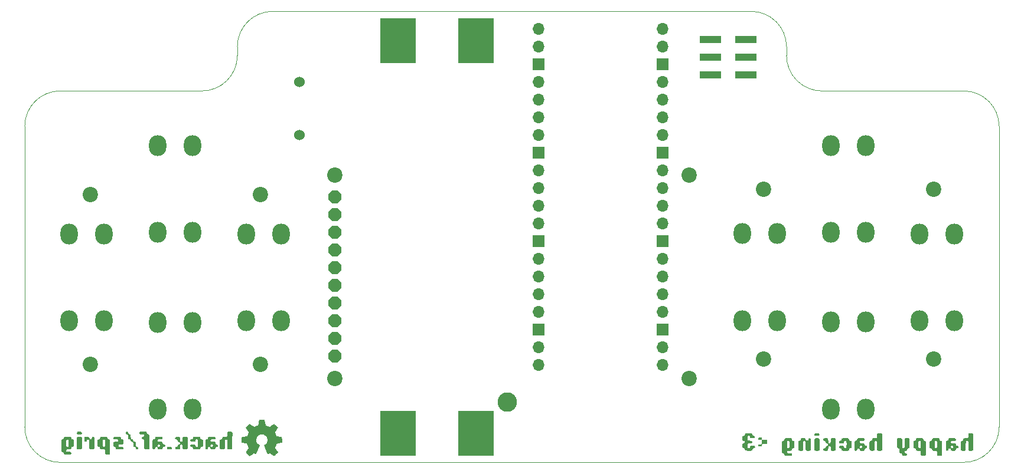
<source format=gbr>
%TF.GenerationSoftware,KiCad,Pcbnew,(6.0.4-0)*%
%TF.CreationDate,2022-09-29T15:47:50-04:00*%
%TF.ProjectId,pigame_pico,70696761-6d65-45f7-9069-636f2e6b6963,rev?*%
%TF.SameCoordinates,Original*%
%TF.FileFunction,Soldermask,Bot*%
%TF.FilePolarity,Negative*%
%FSLAX46Y46*%
G04 Gerber Fmt 4.6, Leading zero omitted, Abs format (unit mm)*
G04 Created by KiCad (PCBNEW (6.0.4-0)) date 2022-09-29 15:47:50*
%MOMM*%
%LPD*%
G01*
G04 APERTURE LIST*
G04 Aperture macros list*
%AMOutline5P*
0 Free polygon, 5 corners , with rotation*
0 The origin of the aperture is its center*
0 number of corners: always 5*
0 $1 to $10 corner X, Y*
0 $11 Rotation angle, in degrees counterclockwise*
0 create outline with 5 corners*
4,1,5,$1,$2,$3,$4,$5,$6,$7,$8,$9,$10,$1,$2,$11*%
%AMOutline6P*
0 Free polygon, 6 corners , with rotation*
0 The origin of the aperture is its center*
0 number of corners: always 6*
0 $1 to $12 corner X, Y*
0 $13 Rotation angle, in degrees counterclockwise*
0 create outline with 6 corners*
4,1,6,$1,$2,$3,$4,$5,$6,$7,$8,$9,$10,$11,$12,$1,$2,$13*%
%AMOutline7P*
0 Free polygon, 7 corners , with rotation*
0 The origin of the aperture is its center*
0 number of corners: always 7*
0 $1 to $14 corner X, Y*
0 $15 Rotation angle, in degrees counterclockwise*
0 create outline with 7 corners*
4,1,7,$1,$2,$3,$4,$5,$6,$7,$8,$9,$10,$11,$12,$13,$14,$1,$2,$15*%
%AMOutline8P*
0 Free polygon, 8 corners , with rotation*
0 The origin of the aperture is its center*
0 number of corners: always 8*
0 $1 to $16 corner X, Y*
0 $17 Rotation angle, in degrees counterclockwise*
0 create outline with 8 corners*
4,1,8,$1,$2,$3,$4,$5,$6,$7,$8,$9,$10,$11,$12,$13,$14,$15,$16,$1,$2,$17*%
G04 Aperture macros list end*
%TA.AperFunction,Profile*%
%ADD10C,0.100000*%
%TD*%
%ADD11O,2.500000X3.000000*%
%ADD12C,2.200000*%
%ADD13Outline8P,-0.900000X0.450000X-0.450000X0.900000X0.450000X0.900000X0.900000X0.450000X0.900000X-0.450000X0.450000X-0.900000X-0.450000X-0.900000X-0.900000X-0.450000X180.000000*%
%ADD14C,1.524000*%
%ADD15R,3.150000X1.000000*%
%ADD16C,2.800000*%
%ADD17R,5.100000X6.400000*%
%ADD18O,1.700000X1.700000*%
%ADD19R,1.700000X1.700000*%
G04 APERTURE END LIST*
D10*
X196850002Y-71120002D02*
X217170000Y-71120000D01*
X118110000Y-59690000D02*
X152400000Y-59690000D01*
X186690000Y-59690000D02*
X152400000Y-59690000D01*
X82550000Y-119380000D02*
G75*
G03*
X87630000Y-124460000I5080000J0D01*
G01*
X87630000Y-71120000D02*
X107950002Y-71120002D01*
X152400000Y-124460000D02*
X217170000Y-124460000D01*
X222250000Y-119380000D02*
X222250000Y-76200000D01*
X191770000Y-64770000D02*
X191770002Y-66040002D01*
X217170000Y-124460000D02*
G75*
G03*
X222250000Y-119380000I0J5080000D01*
G01*
X113030000Y-64770000D02*
X113030002Y-66040002D01*
X107950002Y-71120002D02*
G75*
G03*
X113030002Y-66040002I-2J5080002D01*
G01*
X191770000Y-64770000D02*
G75*
G03*
X186690000Y-59690000I-5080000J0D01*
G01*
X191769998Y-66040002D02*
G75*
G03*
X196850002Y-71120002I5080002J2D01*
G01*
X222250000Y-76200000D02*
G75*
G03*
X217170000Y-71120000I-5080000J0D01*
G01*
X82550000Y-76200000D02*
X82550000Y-119380000D01*
X87630000Y-71120000D02*
G75*
G03*
X82550000Y-76200000I0J-5080000D01*
G01*
X118110000Y-59690000D02*
G75*
G03*
X113030000Y-64770000I0J-5080000D01*
G01*
X152400000Y-124460000D02*
X87630000Y-124460000D01*
%TO.C,G\u002A\u002A\u002A*%
G36*
X192907945Y-122142468D02*
G01*
X192906927Y-122203393D01*
X192905124Y-122251497D01*
X192902314Y-122288730D01*
X192898273Y-122317040D01*
X192892777Y-122338378D01*
X192885603Y-122354692D01*
X192876528Y-122367931D01*
X192865329Y-122380044D01*
X192851783Y-122392981D01*
X192837141Y-122405620D01*
X192787744Y-122432512D01*
X192730610Y-122441231D01*
X192704719Y-122444051D01*
X192659342Y-122458984D01*
X192617350Y-122483137D01*
X192587062Y-122512386D01*
X192577976Y-122529200D01*
X192565582Y-122565344D01*
X192556880Y-122607328D01*
X192549083Y-122650855D01*
X192534542Y-122695332D01*
X192512711Y-122729537D01*
X192480837Y-122758965D01*
X192444052Y-122787048D01*
X192207681Y-122792060D01*
X192137267Y-122793631D01*
X192078046Y-122795285D01*
X192033444Y-122797179D01*
X192000648Y-122799600D01*
X191976843Y-122802835D01*
X191959212Y-122807172D01*
X191944941Y-122812899D01*
X191931215Y-122820304D01*
X191892302Y-122848026D01*
X191863603Y-122884643D01*
X191844976Y-122934015D01*
X191840152Y-122982312D01*
X191851271Y-123034788D01*
X191877240Y-123081909D01*
X191915528Y-123119231D01*
X191963603Y-123142310D01*
X191966489Y-123142989D01*
X191991544Y-123146109D01*
X192032205Y-123148812D01*
X192084789Y-123150943D01*
X192145613Y-123152343D01*
X192210998Y-123152857D01*
X192262397Y-123152903D01*
X192320194Y-123153222D01*
X192363164Y-123154108D01*
X192394365Y-123155862D01*
X192416857Y-123158783D01*
X192433699Y-123163174D01*
X192447952Y-123169333D01*
X192462673Y-123177561D01*
X192468512Y-123181064D01*
X192506047Y-123210252D01*
X192531023Y-123246346D01*
X192548094Y-123295783D01*
X192550711Y-123308012D01*
X192551351Y-123364836D01*
X192534359Y-123418125D01*
X192501671Y-123463677D01*
X192455227Y-123497286D01*
X192447481Y-123500579D01*
X192435009Y-123504017D01*
X192417669Y-123506755D01*
X192393562Y-123508851D01*
X192360791Y-123510363D01*
X192317460Y-123511349D01*
X192261672Y-123511868D01*
X192191528Y-123511978D01*
X192105133Y-123511736D01*
X192000589Y-123511200D01*
X191578803Y-123508753D01*
X191541995Y-123480670D01*
X191516954Y-123458758D01*
X191492893Y-123426258D01*
X191476803Y-123384847D01*
X191465929Y-123329032D01*
X191461479Y-123304292D01*
X191449548Y-123262738D01*
X191434973Y-123233004D01*
X191421890Y-123217773D01*
X191386560Y-123190366D01*
X191345714Y-123170546D01*
X191307641Y-123162880D01*
X191306764Y-123162877D01*
X191249990Y-123154485D01*
X191198059Y-123131963D01*
X191155780Y-123098172D01*
X191127958Y-123055972D01*
X191125404Y-123046845D01*
X191123120Y-123031242D01*
X191121154Y-123008082D01*
X191119486Y-122976114D01*
X191118093Y-122934091D01*
X191116955Y-122880762D01*
X191116051Y-122814880D01*
X191115359Y-122735196D01*
X191114857Y-122640459D01*
X191114525Y-122529423D01*
X191114342Y-122400837D01*
X191114285Y-122253453D01*
X191114288Y-122199900D01*
X191114324Y-122063994D01*
X191114365Y-122019453D01*
X191837403Y-122019453D01*
X191837723Y-122112008D01*
X191838778Y-122185970D01*
X191840579Y-122241970D01*
X191843140Y-122280636D01*
X191846472Y-122302599D01*
X191850907Y-122316172D01*
X191877281Y-122361388D01*
X191916081Y-122397914D01*
X191961757Y-122420095D01*
X191982638Y-122425553D01*
X192011260Y-122429877D01*
X192037430Y-122426867D01*
X192071547Y-122416152D01*
X192115567Y-122392061D01*
X192153458Y-122351724D01*
X192176744Y-122301091D01*
X192179777Y-122280380D01*
X192182364Y-122238471D01*
X192184156Y-122176591D01*
X192185152Y-122094770D01*
X192185351Y-121993041D01*
X192184754Y-121871435D01*
X192181807Y-121482467D01*
X192156920Y-121446164D01*
X192148712Y-121435077D01*
X192106925Y-121396967D01*
X192057820Y-121374840D01*
X192005280Y-121368696D01*
X191953189Y-121378535D01*
X191905430Y-121404358D01*
X191865889Y-121446164D01*
X191841002Y-121482467D01*
X191838056Y-121871435D01*
X191837805Y-121907676D01*
X191837403Y-122019453D01*
X191114365Y-122019453D01*
X191114432Y-121946260D01*
X191114643Y-121845319D01*
X191114989Y-121759791D01*
X191115501Y-121688296D01*
X191116212Y-121629455D01*
X191117153Y-121581889D01*
X191118356Y-121544218D01*
X191119853Y-121515062D01*
X191121676Y-121493042D01*
X191123857Y-121476778D01*
X191126427Y-121464891D01*
X191129419Y-121456002D01*
X191132864Y-121448731D01*
X191138916Y-121438288D01*
X191177205Y-121396063D01*
X191230833Y-121366267D01*
X191299203Y-121349256D01*
X191345763Y-121340023D01*
X191394572Y-121319619D01*
X191429367Y-121287816D01*
X191452644Y-121242094D01*
X191466895Y-121179937D01*
X191471855Y-121152822D01*
X191492951Y-121091124D01*
X191525985Y-121044599D01*
X191571704Y-121012046D01*
X191573720Y-121011060D01*
X191584640Y-121006404D01*
X191597492Y-121002611D01*
X191614290Y-120999595D01*
X191637045Y-120997267D01*
X191667771Y-120995538D01*
X191708480Y-120994321D01*
X191761185Y-120993528D01*
X191827899Y-120993070D01*
X191910635Y-120992860D01*
X192011405Y-120992810D01*
X192031967Y-120992811D01*
X192129167Y-120992885D01*
X192208714Y-120993135D01*
X192272620Y-120993650D01*
X192322899Y-120994516D01*
X192361563Y-120995823D01*
X192390624Y-120997659D01*
X192412097Y-121000111D01*
X192427993Y-121003267D01*
X192440324Y-121007216D01*
X192451105Y-121012046D01*
X192469673Y-121022620D01*
X192510577Y-121060239D01*
X192539075Y-121112278D01*
X192555914Y-121179937D01*
X192565682Y-121227579D01*
X192586366Y-121277341D01*
X192617919Y-121312530D01*
X192662835Y-121335662D01*
X192723606Y-121349256D01*
X192739200Y-121351758D01*
X192804515Y-121371491D01*
X192854963Y-121403934D01*
X192889945Y-121448731D01*
X192891194Y-121451138D01*
X192895577Y-121461262D01*
X192899157Y-121473853D01*
X192902012Y-121490864D01*
X192904225Y-121514249D01*
X192905875Y-121545960D01*
X192907044Y-121587952D01*
X192907813Y-121642177D01*
X192908262Y-121710589D01*
X192908472Y-121795142D01*
X192908524Y-121897788D01*
X192908522Y-121974362D01*
X192908498Y-121993041D01*
X192908402Y-122066774D01*
X192907945Y-122142468D01*
G37*
G36*
X205158678Y-120276215D02*
G01*
X205232170Y-120277099D01*
X205289687Y-120279441D01*
X205333792Y-120283878D01*
X205367047Y-120291052D01*
X205392014Y-120301600D01*
X205411259Y-120316163D01*
X205427342Y-120335380D01*
X205442827Y-120359891D01*
X205468445Y-120403605D01*
X205465813Y-121545991D01*
X205463180Y-122688376D01*
X205436321Y-122723589D01*
X205431280Y-122729803D01*
X205404126Y-122756180D01*
X205376179Y-122775203D01*
X205365906Y-122779461D01*
X205348733Y-122783860D01*
X205324834Y-122787104D01*
X205291546Y-122789357D01*
X205246204Y-122790786D01*
X205186145Y-122791556D01*
X205108705Y-122791832D01*
X205037876Y-122791826D01*
X204979310Y-122791495D01*
X204935315Y-122790607D01*
X204903066Y-122788935D01*
X204879740Y-122786254D01*
X204862514Y-122782337D01*
X204848563Y-122776957D01*
X204835064Y-122769889D01*
X204827804Y-122765451D01*
X204797134Y-122740376D01*
X204773557Y-122712252D01*
X204772165Y-122710004D01*
X204767773Y-122702328D01*
X204764033Y-122693678D01*
X204760877Y-122682463D01*
X204758237Y-122667095D01*
X204756046Y-122645984D01*
X204754235Y-122617540D01*
X204752735Y-122580175D01*
X204751480Y-122532299D01*
X204750401Y-122472323D01*
X204749431Y-122398658D01*
X204748500Y-122309714D01*
X204747542Y-122203902D01*
X204746488Y-122079632D01*
X204741476Y-121482476D01*
X204716589Y-121446169D01*
X204708368Y-121435066D01*
X204666582Y-121396960D01*
X204617478Y-121374837D01*
X204564939Y-121368696D01*
X204512850Y-121378537D01*
X204465095Y-121404362D01*
X204425558Y-121446169D01*
X204400671Y-121482476D01*
X204395659Y-122079632D01*
X204395342Y-122117311D01*
X204394322Y-122236116D01*
X204393379Y-122336920D01*
X204392444Y-122421313D01*
X204391449Y-122490883D01*
X204390327Y-122547221D01*
X204389008Y-122591915D01*
X204387426Y-122626554D01*
X204385513Y-122652729D01*
X204383199Y-122672028D01*
X204380418Y-122686040D01*
X204377102Y-122696355D01*
X204373181Y-122704563D01*
X204368589Y-122712252D01*
X204363545Y-122719560D01*
X204337022Y-122747727D01*
X204306193Y-122770388D01*
X204301990Y-122772730D01*
X204289025Y-122779267D01*
X204275250Y-122784175D01*
X204257919Y-122787644D01*
X204234282Y-122789864D01*
X204201592Y-122791025D01*
X204157101Y-122791317D01*
X204098061Y-122790930D01*
X204021724Y-122790054D01*
X203777592Y-122787048D01*
X203742219Y-122760049D01*
X203738186Y-122756991D01*
X203724952Y-122746907D01*
X203713671Y-122737127D01*
X203704187Y-122726087D01*
X203696345Y-122712221D01*
X203689988Y-122693963D01*
X203684962Y-122669748D01*
X203681111Y-122638009D01*
X203678278Y-122597183D01*
X203676308Y-122545702D01*
X203675045Y-122482002D01*
X203674334Y-122404517D01*
X203674019Y-122311681D01*
X203673944Y-122201929D01*
X203673954Y-122073696D01*
X203673959Y-122014785D01*
X203674023Y-121899422D01*
X203674199Y-121801781D01*
X203674534Y-121720266D01*
X203675075Y-121653278D01*
X203675870Y-121599221D01*
X203676966Y-121556497D01*
X203678411Y-121523511D01*
X203680253Y-121498664D01*
X203682538Y-121480360D01*
X203685315Y-121467001D01*
X203688631Y-121456990D01*
X203692532Y-121448731D01*
X203698474Y-121438473D01*
X203736661Y-121396283D01*
X203790021Y-121366411D01*
X203857584Y-121349438D01*
X203912543Y-121337600D01*
X203960032Y-121314958D01*
X203993915Y-121280355D01*
X204016282Y-121231557D01*
X204029229Y-121166333D01*
X204031445Y-121151788D01*
X204050998Y-121093376D01*
X204085017Y-121045790D01*
X204131372Y-121012244D01*
X204132664Y-121011617D01*
X204147682Y-121005514D01*
X204166059Y-121000731D01*
X204190577Y-120997020D01*
X204224017Y-120994138D01*
X204269161Y-120991837D01*
X204328789Y-120989872D01*
X204405682Y-120987996D01*
X204468800Y-120986524D01*
X204535528Y-120984404D01*
X204586857Y-120981450D01*
X204625416Y-120976999D01*
X204653836Y-120970388D01*
X204674748Y-120960953D01*
X204690784Y-120948032D01*
X204704573Y-120930961D01*
X204718746Y-120909077D01*
X204725904Y-120896625D01*
X204731485Y-120883277D01*
X204735728Y-120866348D01*
X204738908Y-120843096D01*
X204741299Y-120810774D01*
X204743177Y-120766640D01*
X204744814Y-120707949D01*
X204746488Y-120631957D01*
X204747555Y-120582270D01*
X204749361Y-120514067D01*
X204751639Y-120461575D01*
X204754890Y-120422086D01*
X204759615Y-120392894D01*
X204766314Y-120371292D01*
X204775488Y-120354572D01*
X204787636Y-120340029D01*
X204803261Y-120324954D01*
X204810076Y-120318703D01*
X204826410Y-120305018D01*
X204843041Y-120294630D01*
X204862792Y-120287083D01*
X204888483Y-120281926D01*
X204922937Y-120278704D01*
X204968973Y-120276965D01*
X205029414Y-120276253D01*
X205107080Y-120276117D01*
X205158678Y-120276215D01*
G37*
G36*
X216395349Y-122332069D02*
G01*
X216364667Y-122374597D01*
X216321604Y-122409292D01*
X216271019Y-122432665D01*
X216217768Y-122441231D01*
X216183112Y-122445226D01*
X216135617Y-122465958D01*
X216096840Y-122502502D01*
X216068783Y-122552744D01*
X216053454Y-122614569D01*
X216048684Y-122645939D01*
X216041814Y-122678085D01*
X216035170Y-122697835D01*
X216028017Y-122708640D01*
X216004584Y-122734911D01*
X215975390Y-122761197D01*
X215947948Y-122780390D01*
X215946422Y-122781091D01*
X215925842Y-122785128D01*
X215889326Y-122788267D01*
X215840418Y-122790522D01*
X215782663Y-122791907D01*
X215719606Y-122792436D01*
X215654792Y-122792122D01*
X215591765Y-122790978D01*
X215534071Y-122789020D01*
X215485254Y-122786259D01*
X215448860Y-122782711D01*
X215428432Y-122778388D01*
X215385963Y-122750452D01*
X215352120Y-122707826D01*
X215329707Y-122655052D01*
X215321359Y-122596598D01*
X215318141Y-122573338D01*
X215300647Y-122531563D01*
X215271816Y-122492681D01*
X215236062Y-122463574D01*
X215200829Y-122448845D01*
X215147115Y-122442188D01*
X215093558Y-122450969D01*
X215046931Y-122474784D01*
X215032145Y-122486656D01*
X215010495Y-122508915D01*
X214995410Y-122535019D01*
X214984199Y-122570352D01*
X214974171Y-122620294D01*
X214961423Y-122672281D01*
X214935699Y-122725878D01*
X214899054Y-122763176D01*
X214850632Y-122784972D01*
X214789579Y-122792060D01*
X214773087Y-122791389D01*
X214716034Y-122777732D01*
X214667930Y-122747947D01*
X214632232Y-122703971D01*
X214609787Y-122664035D01*
X214609787Y-122270459D01*
X215337386Y-122270459D01*
X215348603Y-122320011D01*
X215374482Y-122364601D01*
X215415155Y-122400186D01*
X215463035Y-122420849D01*
X215515877Y-122426360D01*
X215566732Y-122416295D01*
X215612204Y-122392479D01*
X215648891Y-122356736D01*
X215673396Y-122310891D01*
X215682320Y-122256768D01*
X215678828Y-122221266D01*
X215659956Y-122171157D01*
X215627488Y-122131201D01*
X215584571Y-122103201D01*
X215534350Y-122088962D01*
X215479972Y-122090287D01*
X215424582Y-122108982D01*
X215390407Y-122132450D01*
X215358419Y-122172636D01*
X215340702Y-122219987D01*
X215337386Y-122270459D01*
X214609787Y-122270459D01*
X214609787Y-121482883D01*
X214638506Y-121437598D01*
X214657593Y-121411974D01*
X214693471Y-121381843D01*
X214740622Y-121361332D01*
X214803086Y-121348248D01*
X214846630Y-121339141D01*
X214892586Y-121318337D01*
X214926263Y-121285496D01*
X214949916Y-121238204D01*
X214965795Y-121174052D01*
X214976187Y-121127623D01*
X214996901Y-121076685D01*
X215026726Y-121039201D01*
X215067804Y-121011762D01*
X215068375Y-121011480D01*
X215079190Y-121006740D01*
X215091840Y-121002874D01*
X215108347Y-120999793D01*
X215130734Y-120997411D01*
X215161027Y-120995637D01*
X215201248Y-120994383D01*
X215253422Y-120993562D01*
X215319572Y-120993085D01*
X215401721Y-120992864D01*
X215501894Y-120992810D01*
X215524086Y-120992822D01*
X215611129Y-120993097D01*
X215692118Y-120993707D01*
X215764721Y-120994610D01*
X215826604Y-120995765D01*
X215875437Y-120997130D01*
X215908887Y-120998664D01*
X215924622Y-121000325D01*
X215959018Y-121015319D01*
X215998962Y-121049044D01*
X216029058Y-121094012D01*
X216047245Y-121145724D01*
X216051464Y-121199685D01*
X216039654Y-121251398D01*
X216028801Y-121271364D01*
X215997342Y-121308029D01*
X215957233Y-121338987D01*
X215915645Y-121358071D01*
X215913988Y-121358488D01*
X215890186Y-121361689D01*
X215850568Y-121364470D01*
X215798901Y-121366666D01*
X215738950Y-121368111D01*
X215674480Y-121368642D01*
X215616213Y-121368829D01*
X215551273Y-121369926D01*
X215501441Y-121372516D01*
X215463861Y-121377174D01*
X215435673Y-121384471D01*
X215414022Y-121394981D01*
X215396050Y-121409277D01*
X215378900Y-121427933D01*
X215369523Y-121440015D01*
X215344050Y-121491327D01*
X215336952Y-121545727D01*
X215348244Y-121599550D01*
X215377943Y-121649131D01*
X215387974Y-121660793D01*
X215401940Y-121674821D01*
X215417309Y-121685543D01*
X215436742Y-121693479D01*
X215462903Y-121699147D01*
X215498456Y-121703064D01*
X215546063Y-121705751D01*
X215608389Y-121707724D01*
X215688096Y-121709503D01*
X215728097Y-121710339D01*
X215794759Y-121711861D01*
X215845506Y-121713435D01*
X215883093Y-121715371D01*
X215910274Y-121717983D01*
X215929805Y-121721582D01*
X215944442Y-121726480D01*
X215956938Y-121732988D01*
X215970050Y-121741418D01*
X215984358Y-121752215D01*
X216019979Y-121792978D01*
X216044236Y-121842469D01*
X216053196Y-121893493D01*
X216053488Y-121901105D01*
X216063245Y-121944833D01*
X216083599Y-121988584D01*
X216110133Y-122022361D01*
X216112254Y-122024223D01*
X216149241Y-122047242D01*
X216194890Y-122063924D01*
X216238712Y-122070355D01*
X216244482Y-122070465D01*
X216296179Y-122081585D01*
X216341115Y-122108554D01*
X216376884Y-122147961D01*
X216401085Y-122196393D01*
X216411313Y-122250439D01*
X216410621Y-122256768D01*
X216405166Y-122306685D01*
X216395349Y-122332069D01*
G37*
G36*
X218239578Y-120276215D02*
G01*
X218313070Y-120277099D01*
X218370587Y-120279441D01*
X218414692Y-120283878D01*
X218447946Y-120291052D01*
X218472914Y-120301600D01*
X218492158Y-120316163D01*
X218508242Y-120335380D01*
X218523727Y-120359891D01*
X218549345Y-120403605D01*
X218546712Y-121545991D01*
X218544080Y-122688376D01*
X218517221Y-122723589D01*
X218512179Y-122729803D01*
X218485025Y-122756180D01*
X218457078Y-122775203D01*
X218446806Y-122779461D01*
X218429633Y-122783860D01*
X218405734Y-122787104D01*
X218372446Y-122789357D01*
X218327104Y-122790786D01*
X218267045Y-122791556D01*
X218189604Y-122791832D01*
X218118776Y-122791826D01*
X218060210Y-122791495D01*
X218016215Y-122790607D01*
X217983966Y-122788935D01*
X217960640Y-122786254D01*
X217943414Y-122782337D01*
X217929463Y-122776957D01*
X217915964Y-122769889D01*
X217908704Y-122765451D01*
X217878034Y-122740376D01*
X217854457Y-122712252D01*
X217853065Y-122710004D01*
X217848673Y-122702328D01*
X217844933Y-122693678D01*
X217841777Y-122682463D01*
X217839137Y-122667095D01*
X217836946Y-122645984D01*
X217835134Y-122617540D01*
X217833635Y-122580175D01*
X217832380Y-122532299D01*
X217831301Y-122472323D01*
X217830331Y-122398658D01*
X217829400Y-122309714D01*
X217828442Y-122203902D01*
X217827387Y-122079632D01*
X217822375Y-121482476D01*
X217797488Y-121446169D01*
X217789268Y-121435066D01*
X217747482Y-121396960D01*
X217698378Y-121374837D01*
X217645839Y-121368696D01*
X217593750Y-121378537D01*
X217545995Y-121404362D01*
X217506457Y-121446169D01*
X217481570Y-121482476D01*
X217476559Y-122079632D01*
X217476242Y-122117311D01*
X217475222Y-122236116D01*
X217474279Y-122336920D01*
X217473344Y-122421313D01*
X217472349Y-122490883D01*
X217471226Y-122547221D01*
X217469908Y-122591915D01*
X217468326Y-122626554D01*
X217466413Y-122652729D01*
X217464099Y-122672028D01*
X217461318Y-122686040D01*
X217458001Y-122696355D01*
X217454081Y-122704563D01*
X217449489Y-122712252D01*
X217444445Y-122719560D01*
X217417922Y-122747727D01*
X217387093Y-122770388D01*
X217382890Y-122772730D01*
X217369924Y-122779267D01*
X217356150Y-122784175D01*
X217338819Y-122787644D01*
X217315182Y-122789864D01*
X217282492Y-122791025D01*
X217238001Y-122791317D01*
X217178961Y-122790930D01*
X217102623Y-122790054D01*
X216858492Y-122787048D01*
X216823119Y-122760049D01*
X216819086Y-122756991D01*
X216805851Y-122746907D01*
X216794570Y-122737127D01*
X216785087Y-122726087D01*
X216777244Y-122712221D01*
X216770888Y-122693963D01*
X216765862Y-122669748D01*
X216762010Y-122638009D01*
X216759177Y-122597183D01*
X216757207Y-122545702D01*
X216755945Y-122482002D01*
X216755234Y-122404517D01*
X216754919Y-122311681D01*
X216754844Y-122201929D01*
X216754854Y-122073696D01*
X216754859Y-122014785D01*
X216754923Y-121899422D01*
X216755099Y-121801781D01*
X216755433Y-121720266D01*
X216755974Y-121653278D01*
X216756769Y-121599221D01*
X216757866Y-121556497D01*
X216759311Y-121523511D01*
X216761153Y-121498664D01*
X216763438Y-121480360D01*
X216766215Y-121467001D01*
X216769530Y-121456990D01*
X216773432Y-121448731D01*
X216779374Y-121438473D01*
X216817561Y-121396283D01*
X216870921Y-121366411D01*
X216938484Y-121349438D01*
X216993443Y-121337600D01*
X217040932Y-121314958D01*
X217074814Y-121280355D01*
X217097182Y-121231557D01*
X217110128Y-121166333D01*
X217112345Y-121151788D01*
X217131897Y-121093376D01*
X217165917Y-121045790D01*
X217212272Y-121012244D01*
X217213564Y-121011617D01*
X217228581Y-121005514D01*
X217246959Y-121000731D01*
X217271477Y-120997020D01*
X217304917Y-120994138D01*
X217350061Y-120991837D01*
X217409689Y-120989872D01*
X217486582Y-120987996D01*
X217549699Y-120986524D01*
X217616428Y-120984404D01*
X217667756Y-120981450D01*
X217706315Y-120976999D01*
X217734736Y-120970388D01*
X217755648Y-120960953D01*
X217771683Y-120948032D01*
X217785472Y-120930961D01*
X217799646Y-120909077D01*
X217806803Y-120896625D01*
X217812385Y-120883277D01*
X217816628Y-120866348D01*
X217819808Y-120843096D01*
X217822199Y-120810774D01*
X217824076Y-120766640D01*
X217825714Y-120707949D01*
X217827387Y-120631957D01*
X217828454Y-120582270D01*
X217830261Y-120514067D01*
X217832539Y-120461575D01*
X217835790Y-120422086D01*
X217840515Y-120392894D01*
X217847214Y-120371292D01*
X217856387Y-120354572D01*
X217868536Y-120340029D01*
X217884161Y-120324954D01*
X217890976Y-120318703D01*
X217907309Y-120305018D01*
X217923941Y-120294630D01*
X217943692Y-120287083D01*
X217969383Y-120281926D01*
X218003836Y-120278704D01*
X218049873Y-120276965D01*
X218110314Y-120276253D01*
X218187980Y-120276117D01*
X218239578Y-120276215D01*
G37*
G36*
X196206240Y-120997893D02*
G01*
X196264692Y-120998277D01*
X196308571Y-120999206D01*
X196340720Y-121000918D01*
X196363984Y-121003645D01*
X196381208Y-121007622D01*
X196395235Y-121013085D01*
X196408911Y-121020267D01*
X196415622Y-121024378D01*
X196447656Y-121051592D01*
X196473105Y-121084105D01*
X196497362Y-121125496D01*
X196494675Y-121906154D01*
X196491989Y-122686811D01*
X196468629Y-122719563D01*
X196466024Y-122723043D01*
X196439246Y-122750185D01*
X196408487Y-122771744D01*
X196402347Y-122774832D01*
X196388331Y-122780376D01*
X196371033Y-122784531D01*
X196347658Y-122787499D01*
X196315413Y-122789487D01*
X196271503Y-122790700D01*
X196213134Y-122791341D01*
X196137513Y-122791617D01*
X196063875Y-122791677D01*
X196006046Y-122791390D01*
X195962658Y-122790526D01*
X195930885Y-122788858D01*
X195907898Y-122786160D01*
X195890870Y-122782205D01*
X195876975Y-122776765D01*
X195863385Y-122769615D01*
X195856366Y-122765297D01*
X195824550Y-122738201D01*
X195799372Y-122706086D01*
X195775296Y-122665003D01*
X195775296Y-121902231D01*
X195775377Y-121772109D01*
X195775723Y-121621548D01*
X195776344Y-121490737D01*
X195777241Y-121379507D01*
X195778418Y-121287693D01*
X195779875Y-121215126D01*
X195781616Y-121161640D01*
X195783643Y-121127067D01*
X195785957Y-121111241D01*
X195786975Y-121108705D01*
X195802483Y-121081327D01*
X195823546Y-121054563D01*
X195832313Y-121045437D01*
X195848674Y-121030180D01*
X195865695Y-121018585D01*
X195886147Y-121010151D01*
X195912799Y-121004375D01*
X195948420Y-121000755D01*
X195995779Y-120998791D01*
X196057647Y-120997980D01*
X196136792Y-120997822D01*
X196206240Y-120997893D01*
G37*
G36*
X187975133Y-120907609D02*
G01*
X188006393Y-120907641D01*
X188067725Y-120908056D01*
X188112981Y-120909121D01*
X188144951Y-120911050D01*
X188166431Y-120914062D01*
X188180212Y-120918372D01*
X188189088Y-120924198D01*
X188196895Y-120933647D01*
X188202281Y-120948131D01*
X188205483Y-120971210D01*
X188207022Y-121006697D01*
X188207419Y-121058407D01*
X188207774Y-121106903D01*
X188209312Y-121144336D01*
X188212589Y-121169556D01*
X188218158Y-121186647D01*
X188226572Y-121199691D01*
X188245724Y-121223354D01*
X188609393Y-121226228D01*
X188715221Y-121227330D01*
X188809308Y-121228949D01*
X188883415Y-121231023D01*
X188937574Y-121233553D01*
X188971816Y-121236540D01*
X188986175Y-121239984D01*
X188991836Y-121250301D01*
X188996125Y-121274467D01*
X188998535Y-121314171D01*
X188999289Y-121371642D01*
X188999084Y-121409168D01*
X188997785Y-121451876D01*
X188994912Y-121480609D01*
X188990029Y-121499015D01*
X188982700Y-121510746D01*
X188979806Y-121513607D01*
X188973060Y-121517925D01*
X188962519Y-121521358D01*
X188946151Y-121524009D01*
X188921926Y-121525975D01*
X188887811Y-121527360D01*
X188841775Y-121528261D01*
X188781786Y-121528781D01*
X188705813Y-121529020D01*
X188611824Y-121529077D01*
X188525903Y-121529234D01*
X188441947Y-121529401D01*
X188374650Y-121528846D01*
X188322186Y-121526829D01*
X188282731Y-121522612D01*
X188254458Y-121515456D01*
X188235542Y-121504623D01*
X188224159Y-121489372D01*
X188218483Y-121468966D01*
X188216688Y-121442666D01*
X188216950Y-121409732D01*
X188217443Y-121369425D01*
X188217437Y-121324198D01*
X188216028Y-121284586D01*
X188210889Y-121255203D01*
X188199690Y-121234524D01*
X188180100Y-121221024D01*
X188149789Y-121213178D01*
X188106427Y-121209462D01*
X188047683Y-121208351D01*
X187971227Y-121208319D01*
X187954918Y-121208310D01*
X187889987Y-121207969D01*
X187841799Y-121206989D01*
X187807634Y-121205163D01*
X187784772Y-121202288D01*
X187770495Y-121198157D01*
X187762081Y-121192567D01*
X187758769Y-121188572D01*
X187752698Y-121174310D01*
X187748881Y-121150558D01*
X187746898Y-121113806D01*
X187746330Y-121060543D01*
X187746181Y-121021146D01*
X187746830Y-120981389D01*
X187750653Y-120952156D01*
X187760060Y-120931836D01*
X187777458Y-120918822D01*
X187805256Y-120911501D01*
X187845862Y-120908265D01*
X187901685Y-120907505D01*
X187975133Y-120907609D01*
G37*
G36*
X196213638Y-120271182D02*
G01*
X196268360Y-120271585D01*
X196309092Y-120272587D01*
X196338759Y-120274458D01*
X196360285Y-120277469D01*
X196376595Y-120281892D01*
X196390614Y-120287997D01*
X196405264Y-120296057D01*
X196448538Y-120330210D01*
X196478957Y-120374839D01*
X196494867Y-120425201D01*
X196496641Y-120477698D01*
X196484653Y-120528732D01*
X196459276Y-120574704D01*
X196420884Y-120612016D01*
X196369850Y-120637071D01*
X196366201Y-120637892D01*
X196342478Y-120640274D01*
X196303188Y-120642162D01*
X196251752Y-120643458D01*
X196191591Y-120644068D01*
X196126124Y-120643896D01*
X196060257Y-120643171D01*
X196002689Y-120642039D01*
X195959561Y-120640334D01*
X195927906Y-120637810D01*
X195904760Y-120634222D01*
X195887157Y-120629325D01*
X195872132Y-120622873D01*
X195870052Y-120621821D01*
X195827040Y-120589241D01*
X195796567Y-120544988D01*
X195779497Y-120493528D01*
X195776698Y-120439325D01*
X195789034Y-120386842D01*
X195817373Y-120340544D01*
X195827682Y-120328950D01*
X195845900Y-120310328D01*
X195864236Y-120296201D01*
X195885535Y-120285949D01*
X195912647Y-120278951D01*
X195948417Y-120274588D01*
X195995692Y-120272240D01*
X196057320Y-120271285D01*
X196136148Y-120271105D01*
X196142004Y-120271105D01*
X196213638Y-120271182D01*
G37*
G36*
X200645280Y-121017761D02*
G01*
X200672967Y-121037804D01*
X200705739Y-121074152D01*
X200728505Y-121114983D01*
X200737072Y-121154069D01*
X200742143Y-121198799D01*
X200760920Y-121250775D01*
X200790859Y-121294762D01*
X200829112Y-121326798D01*
X200872831Y-121342922D01*
X200878965Y-121343857D01*
X200944190Y-121356172D01*
X200993135Y-121371302D01*
X201029266Y-121391099D01*
X201056052Y-121417421D01*
X201076961Y-121452122D01*
X201079940Y-121458446D01*
X201084629Y-121470059D01*
X201088422Y-121483459D01*
X201091412Y-121500678D01*
X201093695Y-121523742D01*
X201095366Y-121554681D01*
X201096521Y-121595524D01*
X201097253Y-121648299D01*
X201097658Y-121715035D01*
X201097832Y-121797761D01*
X201097869Y-121898505D01*
X201097862Y-121945615D01*
X201097769Y-122038185D01*
X201097493Y-122113613D01*
X201096940Y-122173912D01*
X201096020Y-122221092D01*
X201094640Y-122257167D01*
X201092708Y-122284149D01*
X201090132Y-122304049D01*
X201086821Y-122318880D01*
X201082682Y-122330654D01*
X201077623Y-122341383D01*
X201074380Y-122347355D01*
X201040885Y-122388013D01*
X200995496Y-122419018D01*
X200945008Y-122435546D01*
X200944497Y-122435623D01*
X200907919Y-122441200D01*
X200872631Y-122446642D01*
X200866489Y-122447828D01*
X200826524Y-122464983D01*
X200789210Y-122494913D01*
X200761756Y-122532062D01*
X200754160Y-122551893D01*
X200744986Y-122586902D01*
X200737831Y-122625964D01*
X200734081Y-122648073D01*
X200716909Y-122702209D01*
X200689050Y-122742344D01*
X200648502Y-122771744D01*
X200644242Y-122773917D01*
X200633774Y-122778343D01*
X200620952Y-122781946D01*
X200603812Y-122784816D01*
X200580386Y-122787038D01*
X200548709Y-122788698D01*
X200506815Y-122789884D01*
X200452738Y-122790682D01*
X200384511Y-122791179D01*
X200300169Y-122791462D01*
X200197746Y-122791617D01*
X200099455Y-122791633D01*
X200011033Y-122791395D01*
X199939194Y-122790837D01*
X199882138Y-122789899D01*
X199838068Y-122788527D01*
X199805186Y-122786662D01*
X199781694Y-122784246D01*
X199765793Y-122781224D01*
X199755686Y-122777537D01*
X199731969Y-122761944D01*
X199698927Y-122729635D01*
X199673120Y-122692364D01*
X199659965Y-122656955D01*
X199659904Y-122656561D01*
X199654316Y-122620718D01*
X199648606Y-122584069D01*
X199646953Y-122574884D01*
X199626723Y-122521927D01*
X199590559Y-122480564D01*
X199539310Y-122451516D01*
X199473825Y-122435506D01*
X199460495Y-122433642D01*
X199412418Y-122422464D01*
X199375269Y-122403847D01*
X199341857Y-122374466D01*
X199322239Y-122349978D01*
X199298867Y-122298102D01*
X199294314Y-122241637D01*
X199309024Y-122183167D01*
X199326776Y-122148065D01*
X199355306Y-122115289D01*
X199396951Y-122088825D01*
X199405174Y-122084858D01*
X199419323Y-122079573D01*
X199436586Y-122075739D01*
X199459783Y-122073186D01*
X199491738Y-122071742D01*
X199535270Y-122071235D01*
X199593202Y-122071495D01*
X199668356Y-122072350D01*
X199686652Y-122072588D01*
X199756831Y-122073596D01*
X199810378Y-122074730D01*
X199850082Y-122076281D01*
X199878732Y-122078538D01*
X199899116Y-122081792D01*
X199914023Y-122086331D01*
X199926243Y-122092446D01*
X199938564Y-122100426D01*
X199970117Y-122130266D01*
X199998002Y-122171638D01*
X200017804Y-122216780D01*
X200025335Y-122258083D01*
X200032894Y-122306122D01*
X200056292Y-122352659D01*
X200092030Y-122390251D01*
X200136542Y-122416146D01*
X200186259Y-122427591D01*
X200237614Y-122421835D01*
X200246896Y-122418948D01*
X200291959Y-122399819D01*
X200324047Y-122374015D01*
X200349176Y-122336958D01*
X200354705Y-122326035D01*
X200359472Y-122314009D01*
X200363271Y-122299345D01*
X200366241Y-122279867D01*
X200368519Y-122253400D01*
X200370245Y-122217766D01*
X200371555Y-122170790D01*
X200372588Y-122110296D01*
X200373483Y-122034107D01*
X200374377Y-121940047D01*
X200374525Y-121923422D01*
X200375296Y-121819132D01*
X200375525Y-121732652D01*
X200375089Y-121662031D01*
X200373862Y-121605318D01*
X200371721Y-121560560D01*
X200368541Y-121525807D01*
X200364196Y-121499107D01*
X200358562Y-121478508D01*
X200351515Y-121462059D01*
X200342929Y-121447809D01*
X200319946Y-121417983D01*
X200287731Y-121391359D01*
X200248659Y-121377615D01*
X200196728Y-121373710D01*
X200168866Y-121374178D01*
X200138615Y-121377593D01*
X200115651Y-121386080D01*
X200092349Y-121401682D01*
X200082859Y-121409114D01*
X200058649Y-121431979D01*
X200042803Y-121457057D01*
X200032346Y-121490290D01*
X200024303Y-121537619D01*
X200021939Y-121552285D01*
X200002275Y-121616101D01*
X199969751Y-121666144D01*
X199925255Y-121700948D01*
X199921148Y-121703047D01*
X199907521Y-121708568D01*
X199890452Y-121712714D01*
X199867174Y-121715677D01*
X199834919Y-121717648D01*
X199790921Y-121718819D01*
X199732412Y-121719382D01*
X199656624Y-121719527D01*
X199651437Y-121719526D01*
X199572447Y-121719212D01*
X199511071Y-121718251D01*
X199465017Y-121716517D01*
X199431991Y-121713887D01*
X199409700Y-121710237D01*
X199395852Y-121705443D01*
X199353672Y-121674468D01*
X199319723Y-121629170D01*
X199299484Y-121576164D01*
X199294709Y-121520179D01*
X199307149Y-121465950D01*
X199311378Y-121456823D01*
X199343020Y-121414287D01*
X199388099Y-121380007D01*
X199441526Y-121357106D01*
X199498211Y-121348706D01*
X199504909Y-121348470D01*
X199549047Y-121336386D01*
X199589709Y-121308923D01*
X199623256Y-121270132D01*
X199646052Y-121224061D01*
X199654459Y-121174761D01*
X199654460Y-121174248D01*
X199658499Y-121138616D01*
X199668002Y-121105098D01*
X199684690Y-121077346D01*
X199714738Y-121044355D01*
X199749630Y-121016621D01*
X199782445Y-121000472D01*
X199784581Y-121000046D01*
X199805025Y-120998380D01*
X199842605Y-120996854D01*
X199894984Y-120995511D01*
X199959826Y-120994393D01*
X200034794Y-120993542D01*
X200117551Y-120993000D01*
X200205761Y-120992810D01*
X200601697Y-120992810D01*
X200645280Y-121017761D01*
G37*
G36*
X211748027Y-123410082D02*
G01*
X211721167Y-123445294D01*
X211716126Y-123451508D01*
X211688972Y-123477885D01*
X211661025Y-123496908D01*
X211650752Y-123501166D01*
X211633579Y-123505565D01*
X211609681Y-123508809D01*
X211576392Y-123511062D01*
X211531050Y-123512491D01*
X211470991Y-123513260D01*
X211393551Y-123513537D01*
X211322722Y-123513531D01*
X211264156Y-123513199D01*
X211220161Y-123512311D01*
X211187912Y-123510640D01*
X211164586Y-123507959D01*
X211147360Y-123504042D01*
X211133409Y-123498662D01*
X211119910Y-123491593D01*
X211112650Y-123487156D01*
X211081980Y-123462081D01*
X211058403Y-123433957D01*
X211051923Y-123422660D01*
X211046387Y-123409403D01*
X211042161Y-123392468D01*
X211038977Y-123369129D01*
X211036569Y-123336657D01*
X211034671Y-123292323D01*
X211033014Y-123233400D01*
X211031334Y-123157160D01*
X211030531Y-123118750D01*
X211029002Y-123051707D01*
X211027427Y-123000639D01*
X211025496Y-122962795D01*
X211022898Y-122935421D01*
X211019324Y-122915764D01*
X211014465Y-122901069D01*
X211008011Y-122888585D01*
X210999651Y-122875558D01*
X210994140Y-122867404D01*
X210977693Y-122846112D01*
X210959669Y-122829586D01*
X210937427Y-122817168D01*
X210908331Y-122808203D01*
X210869741Y-122802036D01*
X210819019Y-122798009D01*
X210753528Y-122795468D01*
X210670628Y-122793756D01*
X210666908Y-122793694D01*
X210593000Y-122792295D01*
X210536149Y-122790688D01*
X210493490Y-122788625D01*
X210462162Y-122785856D01*
X210439299Y-122782131D01*
X210422039Y-122777201D01*
X210407518Y-122770815D01*
X210394982Y-122763664D01*
X210355657Y-122727353D01*
X210327714Y-122675326D01*
X210310774Y-122606940D01*
X210301938Y-122563585D01*
X210281451Y-122513342D01*
X210249923Y-122477766D01*
X210204847Y-122454359D01*
X210143718Y-122440626D01*
X210128124Y-122438124D01*
X210062808Y-122418391D01*
X210012361Y-122385948D01*
X209977379Y-122341151D01*
X209976318Y-122339114D01*
X209971887Y-122329014D01*
X209968269Y-122316517D01*
X209966705Y-122307381D01*
X210685517Y-122307381D01*
X210710404Y-122343701D01*
X210714441Y-122349240D01*
X210741777Y-122378165D01*
X210771911Y-122400603D01*
X210805867Y-122414917D01*
X210860037Y-122421608D01*
X210913631Y-122411215D01*
X210962263Y-122384826D01*
X211001550Y-122343533D01*
X211026322Y-122307381D01*
X211026322Y-121895675D01*
X211026301Y-121797623D01*
X211026175Y-121713405D01*
X211025845Y-121645382D01*
X211025215Y-121591589D01*
X211024188Y-121550063D01*
X211022667Y-121518839D01*
X211020555Y-121495954D01*
X211017756Y-121479441D01*
X211014172Y-121467339D01*
X211009707Y-121457682D01*
X211004264Y-121448505D01*
X210984209Y-121422546D01*
X210941967Y-121390566D01*
X210892592Y-121373108D01*
X210840274Y-121370173D01*
X210789205Y-121381761D01*
X210743575Y-121407872D01*
X210707575Y-121448505D01*
X210702323Y-121457330D01*
X210697822Y-121466932D01*
X210694206Y-121478904D01*
X210691378Y-121495208D01*
X210689242Y-121517811D01*
X210687700Y-121548675D01*
X210686655Y-121589766D01*
X210686012Y-121643047D01*
X210685672Y-121710483D01*
X210685539Y-121794038D01*
X210685517Y-121895675D01*
X210685517Y-122307381D01*
X209966705Y-122307381D01*
X209965383Y-122299664D01*
X209963147Y-122276491D01*
X209961478Y-122245040D01*
X209960296Y-122203347D01*
X209959519Y-122149452D01*
X209959065Y-122081393D01*
X209958853Y-121997210D01*
X209958800Y-121894941D01*
X209958802Y-121871456D01*
X209958882Y-121773219D01*
X209959139Y-121692648D01*
X209959655Y-121627783D01*
X209960512Y-121576662D01*
X209961791Y-121537323D01*
X209963574Y-121507807D01*
X209965943Y-121486150D01*
X209968979Y-121470393D01*
X209972763Y-121458574D01*
X209977379Y-121448731D01*
X209983430Y-121438288D01*
X210021719Y-121396063D01*
X210075347Y-121366267D01*
X210143718Y-121349256D01*
X210190278Y-121340023D01*
X210239086Y-121319619D01*
X210273882Y-121287816D01*
X210297158Y-121242094D01*
X210311410Y-121179937D01*
X210316370Y-121152822D01*
X210337466Y-121091124D01*
X210370499Y-121044599D01*
X210416218Y-121012046D01*
X210418234Y-121011060D01*
X210429155Y-121006404D01*
X210442007Y-121002611D01*
X210458804Y-120999595D01*
X210481560Y-120997267D01*
X210512285Y-120995538D01*
X210552994Y-120994321D01*
X210605699Y-120993528D01*
X210672413Y-120993070D01*
X210755149Y-120992860D01*
X210855919Y-120992810D01*
X210876481Y-120992811D01*
X210973681Y-120992885D01*
X211053228Y-120993135D01*
X211117135Y-120993650D01*
X211167413Y-120994516D01*
X211206077Y-120995823D01*
X211235139Y-120997659D01*
X211256611Y-121000111D01*
X211272507Y-121003267D01*
X211284839Y-121007216D01*
X211295620Y-121012046D01*
X211314188Y-121022620D01*
X211355092Y-121060239D01*
X211383589Y-121112278D01*
X211400429Y-121179937D01*
X211410197Y-121227579D01*
X211430881Y-121277341D01*
X211462434Y-121312530D01*
X211507349Y-121335662D01*
X211568121Y-121349256D01*
X211583509Y-121351720D01*
X211648939Y-121371448D01*
X211699473Y-121403943D01*
X211734579Y-121448887D01*
X211735397Y-121450454D01*
X211738418Y-121457186D01*
X211741072Y-121465617D01*
X211743378Y-121476970D01*
X211745356Y-121492469D01*
X211747025Y-121513335D01*
X211748405Y-121540793D01*
X211749516Y-121576066D01*
X211750377Y-121620377D01*
X211751009Y-121674950D01*
X211751430Y-121741007D01*
X211751662Y-121819772D01*
X211751722Y-121912468D01*
X211751632Y-122020318D01*
X211751410Y-122144545D01*
X211751077Y-122286374D01*
X211751021Y-122307381D01*
X211750651Y-122447026D01*
X211748027Y-123410082D01*
G37*
G36*
X194182293Y-120992844D02*
G01*
X194246324Y-120993390D01*
X194303882Y-120994515D01*
X194351574Y-120996117D01*
X194386006Y-120998088D01*
X194403785Y-121000325D01*
X194412804Y-121003418D01*
X194449159Y-121024617D01*
X194483703Y-121056007D01*
X194508858Y-121091046D01*
X194516424Y-121110375D01*
X194525835Y-121146149D01*
X194532627Y-121185418D01*
X194538876Y-121218827D01*
X194561554Y-121273918D01*
X194597104Y-121314678D01*
X194644344Y-121339968D01*
X194702093Y-121348650D01*
X194708001Y-121348562D01*
X194765100Y-121337752D01*
X194813356Y-121310541D01*
X194850574Y-121269286D01*
X194874564Y-121216343D01*
X194883132Y-121154069D01*
X194888105Y-121125368D01*
X194907250Y-121084981D01*
X194936656Y-121047606D01*
X194971910Y-121019912D01*
X194982799Y-121014229D01*
X195038246Y-120997105D01*
X195094090Y-120997084D01*
X195146372Y-121013086D01*
X195191129Y-121044029D01*
X195224400Y-121088832D01*
X195227811Y-121095894D01*
X195231037Y-121104291D01*
X195233803Y-121114806D01*
X195236138Y-121128819D01*
X195238072Y-121147707D01*
X195239632Y-121172851D01*
X195240849Y-121205630D01*
X195241752Y-121247423D01*
X195242369Y-121299608D01*
X195242731Y-121363566D01*
X195242865Y-121440675D01*
X195242801Y-121532315D01*
X195242569Y-121639864D01*
X195242197Y-121764702D01*
X195241715Y-121908208D01*
X195239029Y-122688380D01*
X195212169Y-122723591D01*
X195207129Y-122729803D01*
X195179975Y-122756180D01*
X195152027Y-122775203D01*
X195141755Y-122779461D01*
X195124582Y-122783860D01*
X195100683Y-122787104D01*
X195067394Y-122789357D01*
X195022052Y-122790786D01*
X194961993Y-122791556D01*
X194884553Y-122791832D01*
X194813724Y-122791826D01*
X194755159Y-122791495D01*
X194711163Y-122790607D01*
X194678915Y-122788935D01*
X194655589Y-122786254D01*
X194638362Y-122782337D01*
X194624411Y-122776957D01*
X194610913Y-122769889D01*
X194603653Y-122765451D01*
X194572983Y-122740376D01*
X194549406Y-122712252D01*
X194548014Y-122710004D01*
X194543622Y-122702328D01*
X194539882Y-122693678D01*
X194536726Y-122682463D01*
X194534086Y-122667095D01*
X194531894Y-122645984D01*
X194530083Y-122617540D01*
X194528584Y-122580175D01*
X194527329Y-122532299D01*
X194526250Y-122472323D01*
X194525279Y-122398658D01*
X194524349Y-122309714D01*
X194523390Y-122203902D01*
X194522336Y-122079632D01*
X194517324Y-121482476D01*
X194492437Y-121446169D01*
X194484217Y-121435066D01*
X194442431Y-121396960D01*
X194393327Y-121374837D01*
X194340788Y-121368696D01*
X194288699Y-121378537D01*
X194240944Y-121404362D01*
X194201406Y-121446169D01*
X194176519Y-121482476D01*
X194171507Y-122079632D01*
X194171191Y-122117311D01*
X194170171Y-122236116D01*
X194169227Y-122336920D01*
X194168292Y-122421313D01*
X194167297Y-122490883D01*
X194166175Y-122547221D01*
X194164857Y-122591915D01*
X194163275Y-122626554D01*
X194161361Y-122652729D01*
X194159048Y-122672028D01*
X194156267Y-122686040D01*
X194152950Y-122696355D01*
X194149030Y-122704563D01*
X194144437Y-122712252D01*
X194139394Y-122719560D01*
X194112870Y-122747727D01*
X194082042Y-122770388D01*
X194077838Y-122772730D01*
X194064873Y-122779267D01*
X194051099Y-122784175D01*
X194033767Y-122787644D01*
X194010131Y-122789864D01*
X193977441Y-122791025D01*
X193932950Y-122791317D01*
X193873909Y-122790930D01*
X193797572Y-122790054D01*
X193553440Y-122787048D01*
X193518067Y-122760049D01*
X193514034Y-122756991D01*
X193500800Y-122746907D01*
X193489519Y-122737127D01*
X193480035Y-122726087D01*
X193472193Y-122712221D01*
X193465837Y-122693963D01*
X193460811Y-122669748D01*
X193456959Y-122638009D01*
X193454126Y-122597183D01*
X193452156Y-122545702D01*
X193450894Y-122482002D01*
X193450183Y-122404517D01*
X193449868Y-122311681D01*
X193449793Y-122201929D01*
X193449802Y-122073696D01*
X193449808Y-122014785D01*
X193449872Y-121899422D01*
X193450047Y-121801781D01*
X193450382Y-121720266D01*
X193450923Y-121653278D01*
X193451718Y-121599221D01*
X193452815Y-121556497D01*
X193454260Y-121523511D01*
X193456101Y-121498664D01*
X193458387Y-121480360D01*
X193461164Y-121467001D01*
X193464479Y-121456990D01*
X193468381Y-121448731D01*
X193474433Y-121438288D01*
X193512722Y-121396063D01*
X193566350Y-121366267D01*
X193634720Y-121349256D01*
X193681280Y-121340023D01*
X193730089Y-121319619D01*
X193764884Y-121287816D01*
X193788161Y-121242094D01*
X193802412Y-121179937D01*
X193807372Y-121152822D01*
X193828468Y-121091124D01*
X193861502Y-121044599D01*
X193907221Y-121012046D01*
X193907626Y-121011846D01*
X193922465Y-121005444D01*
X193939483Y-121000645D01*
X193961658Y-120997223D01*
X193991968Y-120994955D01*
X194033390Y-120993613D01*
X194088903Y-120992973D01*
X194161484Y-120992810D01*
X194182293Y-120992844D01*
G37*
G36*
X198585356Y-120990086D02*
G01*
X198647168Y-120994759D01*
X198695661Y-121003327D01*
X198733155Y-121016404D01*
X198761972Y-121034604D01*
X198784431Y-121058542D01*
X198802853Y-121088832D01*
X198806264Y-121095894D01*
X198809490Y-121104291D01*
X198812256Y-121114806D01*
X198814591Y-121128819D01*
X198816525Y-121147707D01*
X198818085Y-121172851D01*
X198819302Y-121205630D01*
X198820205Y-121247423D01*
X198820822Y-121299608D01*
X198821184Y-121363566D01*
X198821318Y-121440675D01*
X198821254Y-121532315D01*
X198821022Y-121639864D01*
X198820650Y-121764702D01*
X198820168Y-121908208D01*
X198817482Y-122688380D01*
X198790622Y-122723591D01*
X198785582Y-122729803D01*
X198758428Y-122756180D01*
X198730480Y-122775203D01*
X198720208Y-122779461D01*
X198703035Y-122783860D01*
X198679136Y-122787104D01*
X198645847Y-122789357D01*
X198600505Y-122790786D01*
X198540446Y-122791556D01*
X198463006Y-122791832D01*
X198392177Y-122791826D01*
X198333612Y-122791495D01*
X198289616Y-122790607D01*
X198257368Y-122788935D01*
X198234042Y-122786254D01*
X198216815Y-122782337D01*
X198202864Y-122776957D01*
X198189366Y-122769889D01*
X198182106Y-122765451D01*
X198151436Y-122740376D01*
X198127859Y-122712252D01*
X198121975Y-122702108D01*
X198116246Y-122688916D01*
X198111877Y-122672271D01*
X198108592Y-122649408D01*
X198106116Y-122617562D01*
X198104174Y-122573966D01*
X198102490Y-122515856D01*
X198100789Y-122440466D01*
X198100151Y-122410503D01*
X198098590Y-122342470D01*
X198097006Y-122290651D01*
X198095079Y-122252254D01*
X198092489Y-122224487D01*
X198088917Y-122204558D01*
X198084042Y-122189674D01*
X198077545Y-122177044D01*
X198069107Y-122163876D01*
X198058394Y-122149440D01*
X198017556Y-122114049D01*
X197969047Y-122093776D01*
X197917034Y-122088623D01*
X197865684Y-122098588D01*
X197819165Y-122123672D01*
X197781643Y-122163876D01*
X197778261Y-122169007D01*
X197770581Y-122181649D01*
X197764724Y-122194791D01*
X197760371Y-122211223D01*
X197757201Y-122233738D01*
X197754894Y-122265127D01*
X197753132Y-122308184D01*
X197751594Y-122365699D01*
X197749960Y-122440466D01*
X197748561Y-122503447D01*
X197746894Y-122564509D01*
X197745020Y-122610552D01*
X197742662Y-122644339D01*
X197739546Y-122668638D01*
X197735395Y-122686213D01*
X197729935Y-122699829D01*
X197722890Y-122712252D01*
X197718411Y-122718816D01*
X197692049Y-122747183D01*
X197661384Y-122769889D01*
X197648714Y-122776565D01*
X197634865Y-122782046D01*
X197617912Y-122786051D01*
X197595030Y-122788808D01*
X197563396Y-122790544D01*
X197520186Y-122791486D01*
X197462576Y-122791860D01*
X197387743Y-122791895D01*
X197314213Y-122791764D01*
X197256356Y-122791326D01*
X197212946Y-122790348D01*
X197181156Y-122788594D01*
X197158160Y-122785831D01*
X197141130Y-122781824D01*
X197127239Y-122776338D01*
X197113661Y-122769138D01*
X197081864Y-122745025D01*
X197049903Y-122701474D01*
X197031598Y-122649410D01*
X197028410Y-122593518D01*
X197041798Y-122538484D01*
X197055910Y-122513421D01*
X197087906Y-122478086D01*
X197126802Y-122450636D01*
X197165867Y-122436600D01*
X197226576Y-122425527D01*
X197279427Y-122410912D01*
X197315004Y-122394499D01*
X197322884Y-122388624D01*
X197350728Y-122354717D01*
X197372149Y-122306882D01*
X197384921Y-122249730D01*
X197394248Y-122202668D01*
X197417185Y-122150411D01*
X197453177Y-122111937D01*
X197503816Y-122085710D01*
X197570690Y-122070192D01*
X197607354Y-122062650D01*
X197663537Y-122038752D01*
X197705171Y-122002754D01*
X197731043Y-121955881D01*
X197739937Y-121899361D01*
X197737604Y-121867937D01*
X197720313Y-121815652D01*
X197686757Y-121774545D01*
X197637627Y-121745325D01*
X197573614Y-121728703D01*
X197520848Y-121717848D01*
X197467320Y-121695010D01*
X197428499Y-121660455D01*
X197402386Y-121612254D01*
X197386980Y-121548476D01*
X197376524Y-121498184D01*
X197354422Y-121445436D01*
X197321193Y-121407553D01*
X197274797Y-121382418D01*
X197213197Y-121367912D01*
X197158194Y-121355625D01*
X197101760Y-121328927D01*
X197061108Y-121290152D01*
X197036515Y-121239583D01*
X197028255Y-121177506D01*
X197028624Y-121164714D01*
X197041249Y-121106363D01*
X197071374Y-121057550D01*
X197118361Y-121019392D01*
X197163575Y-120992810D01*
X197389108Y-120992810D01*
X197423464Y-120992830D01*
X197494332Y-120993238D01*
X197549179Y-120994605D01*
X197590861Y-120997497D01*
X197622232Y-121002478D01*
X197646147Y-121010110D01*
X197665462Y-121020960D01*
X197683031Y-121035589D01*
X197701710Y-121054563D01*
X197712776Y-121066911D01*
X197725472Y-121084676D01*
X197734920Y-121105174D01*
X197741593Y-121131288D01*
X197745961Y-121165906D01*
X197748497Y-121211911D01*
X197749673Y-121272189D01*
X197749960Y-121349625D01*
X197750204Y-121418258D01*
X197751150Y-121477974D01*
X197752976Y-121522924D01*
X197755856Y-121555881D01*
X197759964Y-121579622D01*
X197765474Y-121596922D01*
X197782743Y-121630684D01*
X197820331Y-121674181D01*
X197868081Y-121700600D01*
X197925375Y-121709503D01*
X197960539Y-121706348D01*
X198012236Y-121686984D01*
X198054021Y-121650363D01*
X198085275Y-121596922D01*
X198090298Y-121581603D01*
X198094539Y-121558634D01*
X198097535Y-121526727D01*
X198099459Y-121483107D01*
X198100485Y-121424998D01*
X198100789Y-121349625D01*
X198100918Y-121293512D01*
X198101777Y-121228384D01*
X198103855Y-121178395D01*
X198107624Y-121140661D01*
X198113555Y-121112295D01*
X198122120Y-121090414D01*
X198133791Y-121072132D01*
X198149039Y-121054563D01*
X198160227Y-121043039D01*
X198179403Y-121025908D01*
X198199677Y-121013169D01*
X198224208Y-121004087D01*
X198256154Y-120997927D01*
X198298674Y-120993955D01*
X198354925Y-120991434D01*
X198428064Y-120989632D01*
X198507904Y-120988694D01*
X198585356Y-120990086D01*
G37*
G36*
X188507379Y-121538906D02*
G01*
X188606136Y-121539100D01*
X188664816Y-121539135D01*
X188748620Y-121539386D01*
X188815596Y-121539951D01*
X188867760Y-121540916D01*
X188907129Y-121542365D01*
X188935722Y-121544384D01*
X188955555Y-121547057D01*
X188968646Y-121550469D01*
X188977012Y-121554704D01*
X188983938Y-121560083D01*
X188991048Y-121569215D01*
X188995544Y-121583496D01*
X188998021Y-121606648D01*
X188999071Y-121642397D01*
X188999289Y-121694467D01*
X188999195Y-121733134D01*
X188998450Y-121773281D01*
X188996452Y-121799739D01*
X188992610Y-121816234D01*
X188986327Y-121826489D01*
X188977012Y-121834230D01*
X188971904Y-121837126D01*
X188960688Y-121840783D01*
X188943437Y-121843683D01*
X188918151Y-121845909D01*
X188882828Y-121847544D01*
X188835465Y-121848670D01*
X188774062Y-121849372D01*
X188696615Y-121849733D01*
X188601124Y-121849834D01*
X188516320Y-121849680D01*
X188432261Y-121849510D01*
X188364878Y-121850058D01*
X188312345Y-121852063D01*
X188272833Y-121856267D01*
X188244517Y-121863411D01*
X188225570Y-121874236D01*
X188214164Y-121889482D01*
X188208473Y-121909890D01*
X188206669Y-121936201D01*
X188206927Y-121969157D01*
X188207419Y-122009497D01*
X188207287Y-122039342D01*
X188206113Y-122084424D01*
X188203387Y-122114719D01*
X188198706Y-122133694D01*
X188191667Y-122144817D01*
X188189446Y-122146775D01*
X188179574Y-122151808D01*
X188163050Y-122155486D01*
X188137197Y-122158004D01*
X188099336Y-122159560D01*
X188046788Y-122160349D01*
X187976874Y-122160568D01*
X187952104Y-122160548D01*
X187888123Y-122160165D01*
X187840638Y-122159148D01*
X187806969Y-122157301D01*
X187784439Y-122154428D01*
X187770370Y-122150332D01*
X187762081Y-122144817D01*
X187758769Y-122140822D01*
X187752698Y-122126559D01*
X187748881Y-122102808D01*
X187746898Y-122066056D01*
X187746330Y-122012792D01*
X187746215Y-121979285D01*
X187746685Y-121937602D01*
X187750096Y-121906916D01*
X187758890Y-121885551D01*
X187775508Y-121871831D01*
X187802393Y-121864078D01*
X187841986Y-121860616D01*
X187896728Y-121859768D01*
X187969063Y-121859858D01*
X188019169Y-121859691D01*
X188081222Y-121858611D01*
X188127623Y-121856204D01*
X188161025Y-121852093D01*
X188184081Y-121845902D01*
X188199445Y-121837257D01*
X188209771Y-121825781D01*
X188212523Y-121813168D01*
X188214956Y-121784432D01*
X188216631Y-121744228D01*
X188217289Y-121696973D01*
X188217019Y-121666267D01*
X188216614Y-121631745D01*
X188217844Y-121604056D01*
X188222549Y-121582454D01*
X188232571Y-121566192D01*
X188249748Y-121554521D01*
X188275921Y-121546696D01*
X188312931Y-121541970D01*
X188362617Y-121539594D01*
X188426820Y-121538821D01*
X188507379Y-121538906D01*
G37*
G36*
X209131314Y-120998116D02*
G01*
X209189248Y-120998552D01*
X209232714Y-120999527D01*
X209264544Y-121001278D01*
X209287568Y-121004040D01*
X209304618Y-121008048D01*
X209318523Y-121013537D01*
X209332116Y-121020744D01*
X209337921Y-121024288D01*
X209369876Y-121051277D01*
X209394727Y-121083227D01*
X209417447Y-121123118D01*
X209414978Y-121725325D01*
X209412510Y-122327532D01*
X209384426Y-122364345D01*
X209361649Y-122390228D01*
X209329232Y-122413866D01*
X209287823Y-122429725D01*
X209231962Y-122440533D01*
X209179744Y-122451849D01*
X209132030Y-122474502D01*
X209097884Y-122509222D01*
X209075294Y-122558181D01*
X209062247Y-122623549D01*
X209056180Y-122656876D01*
X209033603Y-122711518D01*
X208996414Y-122752818D01*
X208944124Y-122781232D01*
X208876243Y-122797219D01*
X208851686Y-122801044D01*
X208805326Y-122814169D01*
X208769809Y-122835726D01*
X208738935Y-122868953D01*
X208728223Y-122883986D01*
X208717168Y-122906462D01*
X208712080Y-122933373D01*
X208710852Y-122972486D01*
X208711268Y-122998481D01*
X208714628Y-123029148D01*
X208723148Y-123052405D01*
X208738935Y-123076020D01*
X208740265Y-123077748D01*
X208777179Y-123114750D01*
X208821770Y-123137791D01*
X208879288Y-123149624D01*
X208910415Y-123155323D01*
X208959328Y-123172851D01*
X209001311Y-123197779D01*
X209029809Y-123226749D01*
X209046023Y-123256892D01*
X209060707Y-123312348D01*
X209058911Y-123368048D01*
X209041593Y-123420042D01*
X209009712Y-123464382D01*
X208964224Y-123497116D01*
X208945005Y-123502308D01*
X208908269Y-123507001D01*
X208858672Y-123510639D01*
X208799868Y-123513206D01*
X208735508Y-123514684D01*
X208669244Y-123515055D01*
X208604730Y-123514301D01*
X208545617Y-123512404D01*
X208495558Y-123509348D01*
X208458204Y-123505113D01*
X208437209Y-123499682D01*
X208406741Y-123479049D01*
X208369062Y-123435961D01*
X208344020Y-123383195D01*
X208334799Y-123326143D01*
X208334799Y-123326084D01*
X208325705Y-123279016D01*
X208301584Y-123234917D01*
X208266489Y-123198049D01*
X208224475Y-123172671D01*
X208179597Y-123163045D01*
X208153746Y-123161216D01*
X208096879Y-123145499D01*
X208047124Y-123116054D01*
X208008567Y-123075734D01*
X207985292Y-123027391D01*
X207981894Y-123006380D01*
X207978744Y-122967189D01*
X207976311Y-122914121D01*
X207974737Y-122850390D01*
X207974168Y-122779209D01*
X207973869Y-122706060D01*
X207972555Y-122643068D01*
X207969643Y-122594792D01*
X207964551Y-122558456D01*
X207956696Y-122531283D01*
X207945494Y-122510497D01*
X207930363Y-122493321D01*
X207910720Y-122476978D01*
X207902609Y-122471213D01*
X207862575Y-122452288D01*
X207808843Y-122440533D01*
X207763449Y-122432350D01*
X207719428Y-122417792D01*
X207685558Y-122396033D01*
X207656378Y-122364345D01*
X207628295Y-122327532D01*
X207625826Y-121725325D01*
X207623358Y-121123118D01*
X207646078Y-121083227D01*
X207649640Y-121077423D01*
X207676707Y-121045510D01*
X207708689Y-121020744D01*
X207721899Y-121013720D01*
X207735756Y-121008184D01*
X207752676Y-121004136D01*
X207775488Y-121001342D01*
X207807025Y-120999565D01*
X207850117Y-120998571D01*
X207907595Y-120998123D01*
X207982289Y-120997987D01*
X208045848Y-120998193D01*
X208122287Y-120999381D01*
X208180080Y-121001604D01*
X208218769Y-121004840D01*
X208237892Y-121009070D01*
X208246902Y-121014265D01*
X208277665Y-121037547D01*
X208307566Y-121066376D01*
X208328309Y-121093047D01*
X208330237Y-121099574D01*
X208332796Y-121120353D01*
X208335105Y-121155299D01*
X208337187Y-121205250D01*
X208339064Y-121271047D01*
X208340761Y-121353531D01*
X208342298Y-121453542D01*
X208343700Y-121571919D01*
X208344988Y-121709503D01*
X208345295Y-121746009D01*
X208346316Y-121864899D01*
X208347261Y-121965776D01*
X208348197Y-122050229D01*
X208349191Y-122119849D01*
X208350314Y-122176227D01*
X208351632Y-122220953D01*
X208353214Y-122255618D01*
X208355127Y-122281811D01*
X208357441Y-122301124D01*
X208360222Y-122315146D01*
X208363540Y-122325469D01*
X208367463Y-122333682D01*
X208372058Y-122341376D01*
X208392112Y-122367335D01*
X208434355Y-122399316D01*
X208483730Y-122416774D01*
X208536047Y-122419708D01*
X208587116Y-122408121D01*
X208632746Y-122382010D01*
X208668747Y-122341376D01*
X208670097Y-122339196D01*
X208674498Y-122331517D01*
X208678245Y-122322876D01*
X208681407Y-122311684D01*
X208684052Y-122296349D01*
X208686247Y-122275281D01*
X208688062Y-122246889D01*
X208689563Y-122209584D01*
X208690820Y-122161775D01*
X208691900Y-122101872D01*
X208692871Y-122028283D01*
X208693803Y-121939419D01*
X208694762Y-121833689D01*
X208695817Y-121709503D01*
X208696697Y-121612215D01*
X208698061Y-121488010D01*
X208699554Y-121382432D01*
X208701199Y-121294639D01*
X208703019Y-121223790D01*
X208705035Y-121169047D01*
X208707272Y-121129569D01*
X208709751Y-121104516D01*
X208712495Y-121093047D01*
X208717878Y-121084874D01*
X208742595Y-121056628D01*
X208773705Y-121028792D01*
X208802912Y-121009070D01*
X208814037Y-121006038D01*
X208846746Y-121002494D01*
X208898702Y-120999957D01*
X208969445Y-120998448D01*
X209058516Y-120997987D01*
X209131314Y-120998116D01*
G37*
G36*
X186515560Y-120267538D02*
G01*
X186598817Y-120268430D01*
X186663913Y-120270123D01*
X186710223Y-120272605D01*
X186737124Y-120275864D01*
X186761048Y-120282382D01*
X186815551Y-120309914D01*
X186857400Y-120350701D01*
X186884376Y-120402122D01*
X186894262Y-120461555D01*
X186895226Y-120475500D01*
X186909105Y-120523641D01*
X186936090Y-120568727D01*
X186971869Y-120602905D01*
X186986135Y-120610684D01*
X187022122Y-120623516D01*
X187061929Y-120631658D01*
X187083791Y-120634817D01*
X187139471Y-120649536D01*
X187181908Y-120673604D01*
X187215422Y-120709205D01*
X187230298Y-120733061D01*
X187249341Y-120788588D01*
X187249840Y-120845428D01*
X187232079Y-120900006D01*
X187196344Y-120948745D01*
X187184052Y-120959816D01*
X187151030Y-120982567D01*
X187119624Y-120996665D01*
X187100974Y-120999811D01*
X187063013Y-121003021D01*
X187011173Y-121005486D01*
X186948811Y-121007053D01*
X186879282Y-121007569D01*
X186840697Y-121007486D01*
X186779250Y-121006948D01*
X186733099Y-121005707D01*
X186699105Y-121003521D01*
X186674135Y-121000144D01*
X186655049Y-120995332D01*
X186638713Y-120988842D01*
X186604061Y-120969158D01*
X186560232Y-120928146D01*
X186532879Y-120877693D01*
X186523441Y-120819908D01*
X186515322Y-120768866D01*
X186490573Y-120720442D01*
X186452436Y-120681813D01*
X186404200Y-120656242D01*
X186349154Y-120646993D01*
X186348418Y-120646995D01*
X186293261Y-120656247D01*
X186244443Y-120681502D01*
X186206118Y-120719746D01*
X186182438Y-120767966D01*
X186182129Y-120769143D01*
X186179131Y-120791392D01*
X186176551Y-120829602D01*
X186174539Y-120880049D01*
X186173249Y-120939012D01*
X186172832Y-121002767D01*
X186172926Y-121034127D01*
X186173948Y-121106436D01*
X186176553Y-121162704D01*
X186181331Y-121205843D01*
X186188871Y-121238766D01*
X186199759Y-121264389D01*
X186214586Y-121285623D01*
X186233938Y-121305382D01*
X186239276Y-121310134D01*
X186256591Y-121323023D01*
X186276491Y-121332709D01*
X186301883Y-121339638D01*
X186335679Y-121344257D01*
X186380786Y-121347010D01*
X186440116Y-121348345D01*
X186516576Y-121348706D01*
X186523904Y-121348715D01*
X186587856Y-121349350D01*
X186646825Y-121350871D01*
X186697047Y-121353114D01*
X186734753Y-121355917D01*
X186756180Y-121359115D01*
X186772621Y-121364702D01*
X186820206Y-121393358D01*
X186858705Y-121435151D01*
X186884477Y-121485319D01*
X186893877Y-121539100D01*
X186893560Y-121548078D01*
X186881661Y-121598719D01*
X186855371Y-121647057D01*
X186818538Y-121685607D01*
X186780671Y-121714515D01*
X186544301Y-121719725D01*
X186494605Y-121720905D01*
X186420127Y-121723356D01*
X186361691Y-121726782D01*
X186316734Y-121731813D01*
X186282688Y-121739078D01*
X186256987Y-121749206D01*
X186237065Y-121762826D01*
X186220356Y-121780566D01*
X186204295Y-121803056D01*
X186177624Y-121843358D01*
X186177624Y-122081737D01*
X186177709Y-122154203D01*
X186178118Y-122209685D01*
X186179097Y-122251001D01*
X186180893Y-122280972D01*
X186183753Y-122302419D01*
X186187925Y-122318161D01*
X186193654Y-122331019D01*
X186201187Y-122343812D01*
X186203063Y-122346757D01*
X186239114Y-122385735D01*
X186284274Y-122410399D01*
X186334477Y-122420978D01*
X186385653Y-122417696D01*
X186433735Y-122400780D01*
X186474653Y-122370456D01*
X186504341Y-122326951D01*
X186508019Y-122318219D01*
X186518782Y-122283376D01*
X186523221Y-122252965D01*
X186523369Y-122248119D01*
X186531435Y-122205725D01*
X186548831Y-122161869D01*
X186571436Y-122127292D01*
X186574622Y-122124048D01*
X186597409Y-122106296D01*
X186625784Y-122089336D01*
X186629470Y-122087509D01*
X186643695Y-122081740D01*
X186660916Y-122077418D01*
X186683973Y-122074339D01*
X186715710Y-122072300D01*
X186758967Y-122071101D01*
X186816587Y-122070537D01*
X186891412Y-122070407D01*
X186958173Y-122070486D01*
X187016359Y-122070866D01*
X187059873Y-122071788D01*
X187091552Y-122073493D01*
X187114234Y-122076221D01*
X187130758Y-122080214D01*
X187143959Y-122085713D01*
X187156678Y-122092960D01*
X187168823Y-122100933D01*
X187212718Y-122142272D01*
X187241200Y-122191963D01*
X187252767Y-122246478D01*
X187245914Y-122302290D01*
X187239451Y-122320127D01*
X187208734Y-122368768D01*
X187164370Y-122407036D01*
X187110325Y-122432112D01*
X187050565Y-122441175D01*
X187040683Y-122442192D01*
X187010506Y-122451086D01*
X186978856Y-122466149D01*
X186963284Y-122476786D01*
X186927683Y-122514738D01*
X186903337Y-122561490D01*
X186894317Y-122610109D01*
X186887485Y-122656023D01*
X186865261Y-122706391D01*
X186831218Y-122749051D01*
X186789068Y-122778076D01*
X186783425Y-122780092D01*
X186768128Y-122783159D01*
X186744656Y-122785595D01*
X186711316Y-122787442D01*
X186666409Y-122788743D01*
X186608241Y-122789540D01*
X186535116Y-122789875D01*
X186445338Y-122789790D01*
X186337211Y-122789328D01*
X185915425Y-122787048D01*
X185878617Y-122758965D01*
X185876679Y-122757472D01*
X185839475Y-122720082D01*
X185816312Y-122674713D01*
X185804592Y-122616359D01*
X185802049Y-122599150D01*
X185791610Y-122558541D01*
X185777663Y-122524972D01*
X185762473Y-122503603D01*
X185727428Y-122472247D01*
X185686330Y-122449966D01*
X185646369Y-122441340D01*
X185611760Y-122438195D01*
X185556642Y-122421933D01*
X185511001Y-122394546D01*
X185501825Y-122386687D01*
X185485620Y-122371038D01*
X185473273Y-122354409D01*
X185464260Y-122334076D01*
X185458059Y-122307316D01*
X185454146Y-122271406D01*
X185451998Y-122223620D01*
X185451093Y-122161236D01*
X185450907Y-122081529D01*
X185450910Y-122076113D01*
X185451453Y-121999124D01*
X185452888Y-121933022D01*
X185455120Y-121880095D01*
X185458055Y-121842632D01*
X185461599Y-121822922D01*
X185475594Y-121794489D01*
X185512189Y-121754199D01*
X185564461Y-121725886D01*
X185632793Y-121709297D01*
X185669073Y-121701833D01*
X185725172Y-121677981D01*
X185766845Y-121642052D01*
X185792798Y-121595350D01*
X185801736Y-121539178D01*
X185799247Y-121505575D01*
X185782037Y-121453308D01*
X185748678Y-121412766D01*
X185699426Y-121384213D01*
X185634538Y-121367910D01*
X185619379Y-121365474D01*
X185554687Y-121345773D01*
X185504400Y-121313294D01*
X185469486Y-121268617D01*
X185467134Y-121263990D01*
X185461696Y-121250340D01*
X185457613Y-121233150D01*
X185454696Y-121209670D01*
X185452755Y-121177148D01*
X185451603Y-121132834D01*
X185451050Y-121073975D01*
X185450907Y-120997822D01*
X185450924Y-120967929D01*
X185451194Y-120898389D01*
X185451943Y-120845142D01*
X185453360Y-120805438D01*
X185455635Y-120776526D01*
X185458955Y-120755654D01*
X185463509Y-120740071D01*
X185469486Y-120727026D01*
X185475427Y-120716769D01*
X185513615Y-120674578D01*
X185566974Y-120644706D01*
X185634538Y-120627733D01*
X185683766Y-120617378D01*
X185733457Y-120594652D01*
X185769222Y-120559580D01*
X185792884Y-120510220D01*
X185806264Y-120444628D01*
X185808344Y-120430722D01*
X185827737Y-120372098D01*
X185861764Y-120324247D01*
X185908326Y-120290341D01*
X185915171Y-120287150D01*
X185927442Y-120282693D01*
X185942872Y-120279089D01*
X185963572Y-120276221D01*
X185991653Y-120273974D01*
X186029226Y-120272234D01*
X186078402Y-120270885D01*
X186141292Y-120269811D01*
X186220007Y-120268897D01*
X186316659Y-120268028D01*
X186414766Y-120267457D01*
X186515560Y-120267538D01*
G37*
G36*
X203314449Y-122332069D02*
G01*
X203283767Y-122374597D01*
X203240705Y-122409292D01*
X203190119Y-122432665D01*
X203136868Y-122441231D01*
X203102212Y-122445226D01*
X203054717Y-122465958D01*
X203015940Y-122502502D01*
X202987884Y-122552744D01*
X202972554Y-122614569D01*
X202967784Y-122645939D01*
X202960914Y-122678085D01*
X202954270Y-122697835D01*
X202947117Y-122708640D01*
X202923684Y-122734911D01*
X202894490Y-122761197D01*
X202867048Y-122780390D01*
X202865523Y-122781091D01*
X202844943Y-122785128D01*
X202808426Y-122788267D01*
X202759518Y-122790522D01*
X202701763Y-122791907D01*
X202638706Y-122792436D01*
X202573892Y-122792122D01*
X202510865Y-122790978D01*
X202453171Y-122789020D01*
X202404355Y-122786259D01*
X202367960Y-122782711D01*
X202347533Y-122778388D01*
X202305063Y-122750452D01*
X202271220Y-122707826D01*
X202248808Y-122655052D01*
X202240459Y-122596598D01*
X202237241Y-122573338D01*
X202219747Y-122531563D01*
X202190916Y-122492681D01*
X202155162Y-122463574D01*
X202119929Y-122448845D01*
X202066215Y-122442188D01*
X202012659Y-122450969D01*
X201966032Y-122474784D01*
X201951245Y-122486656D01*
X201929595Y-122508915D01*
X201914510Y-122535019D01*
X201903299Y-122570352D01*
X201893271Y-122620294D01*
X201880523Y-122672281D01*
X201854799Y-122725878D01*
X201818154Y-122763176D01*
X201769732Y-122784972D01*
X201708679Y-122792060D01*
X201692187Y-122791389D01*
X201635134Y-122777732D01*
X201587030Y-122747947D01*
X201551332Y-122703971D01*
X201528887Y-122664035D01*
X201528887Y-122270459D01*
X202256487Y-122270459D01*
X202267703Y-122320011D01*
X202293582Y-122364601D01*
X202334255Y-122400186D01*
X202382135Y-122420849D01*
X202434977Y-122426360D01*
X202485833Y-122416295D01*
X202531304Y-122392479D01*
X202567992Y-122356736D01*
X202592497Y-122310891D01*
X202601420Y-122256768D01*
X202597928Y-122221266D01*
X202579056Y-122171157D01*
X202546588Y-122131201D01*
X202503671Y-122103201D01*
X202453450Y-122088962D01*
X202399072Y-122090287D01*
X202343683Y-122108982D01*
X202309507Y-122132450D01*
X202277520Y-122172636D01*
X202259803Y-122219987D01*
X202256487Y-122270459D01*
X201528887Y-122270459D01*
X201528887Y-121482883D01*
X201557606Y-121437598D01*
X201576694Y-121411974D01*
X201612571Y-121381843D01*
X201659722Y-121361332D01*
X201722186Y-121348248D01*
X201765730Y-121339141D01*
X201811686Y-121318337D01*
X201845364Y-121285496D01*
X201869016Y-121238204D01*
X201884895Y-121174052D01*
X201895287Y-121127623D01*
X201916001Y-121076685D01*
X201945826Y-121039201D01*
X201986904Y-121011762D01*
X201987475Y-121011480D01*
X201998291Y-121006740D01*
X202010940Y-121002874D01*
X202027447Y-120999793D01*
X202049835Y-120997411D01*
X202080127Y-120995637D01*
X202120349Y-120994383D01*
X202172522Y-120993562D01*
X202238672Y-120993085D01*
X202320821Y-120992864D01*
X202420994Y-120992810D01*
X202443186Y-120992822D01*
X202530230Y-120993097D01*
X202611219Y-120993707D01*
X202683821Y-120994610D01*
X202745705Y-120995765D01*
X202794537Y-120997130D01*
X202827987Y-120998664D01*
X202843722Y-121000325D01*
X202878119Y-121015319D01*
X202918062Y-121049044D01*
X202948158Y-121094012D01*
X202966345Y-121145724D01*
X202970564Y-121199685D01*
X202958754Y-121251398D01*
X202947901Y-121271364D01*
X202916442Y-121308029D01*
X202876333Y-121338987D01*
X202834745Y-121358071D01*
X202833088Y-121358488D01*
X202809286Y-121361689D01*
X202769669Y-121364470D01*
X202718001Y-121366666D01*
X202658050Y-121368111D01*
X202593581Y-121368642D01*
X202535313Y-121368829D01*
X202470373Y-121369926D01*
X202420542Y-121372516D01*
X202382961Y-121377174D01*
X202354774Y-121384471D01*
X202333123Y-121394981D01*
X202315151Y-121409277D01*
X202298000Y-121427933D01*
X202288623Y-121440015D01*
X202263150Y-121491327D01*
X202256052Y-121545727D01*
X202267344Y-121599550D01*
X202297043Y-121649131D01*
X202307074Y-121660793D01*
X202321041Y-121674821D01*
X202336409Y-121685543D01*
X202355842Y-121693479D01*
X202382003Y-121699147D01*
X202417556Y-121703064D01*
X202465163Y-121705751D01*
X202527489Y-121707724D01*
X202607196Y-121709503D01*
X202647197Y-121710339D01*
X202713860Y-121711861D01*
X202764606Y-121713435D01*
X202802193Y-121715371D01*
X202829374Y-121717983D01*
X202848906Y-121721582D01*
X202863542Y-121726480D01*
X202876039Y-121732988D01*
X202889151Y-121741418D01*
X202903458Y-121752215D01*
X202939079Y-121792978D01*
X202963337Y-121842469D01*
X202972297Y-121893493D01*
X202972588Y-121901105D01*
X202982345Y-121944833D01*
X203002699Y-121988584D01*
X203029233Y-122022361D01*
X203031354Y-122024223D01*
X203068342Y-122047242D01*
X203113991Y-122063924D01*
X203157812Y-122070355D01*
X203163582Y-122070465D01*
X203215280Y-122081585D01*
X203260215Y-122108554D01*
X203295984Y-122147961D01*
X203320185Y-122196393D01*
X203330413Y-122250439D01*
X203329721Y-122256768D01*
X203324267Y-122306685D01*
X203314449Y-122332069D01*
G37*
G36*
X214073520Y-123410082D02*
G01*
X214046660Y-123445294D01*
X214041619Y-123451508D01*
X214014465Y-123477885D01*
X213986518Y-123496908D01*
X213976246Y-123501166D01*
X213959073Y-123505565D01*
X213935174Y-123508809D01*
X213901885Y-123511062D01*
X213856543Y-123512491D01*
X213796484Y-123513260D01*
X213719044Y-123513537D01*
X213648215Y-123513531D01*
X213589650Y-123513199D01*
X213545654Y-123512311D01*
X213513406Y-123510640D01*
X213490080Y-123507959D01*
X213472853Y-123504042D01*
X213458902Y-123498662D01*
X213445404Y-123491593D01*
X213438144Y-123487156D01*
X213407474Y-123462081D01*
X213383897Y-123433957D01*
X213377416Y-123422660D01*
X213371880Y-123409403D01*
X213367654Y-123392468D01*
X213364470Y-123369129D01*
X213362063Y-123336657D01*
X213360164Y-123292323D01*
X213358508Y-123233400D01*
X213356827Y-123157160D01*
X213356024Y-123118750D01*
X213354495Y-123051707D01*
X213352920Y-123000639D01*
X213350989Y-122962795D01*
X213348391Y-122935421D01*
X213344818Y-122915764D01*
X213339959Y-122901069D01*
X213333504Y-122888585D01*
X213325144Y-122875558D01*
X213319633Y-122867404D01*
X213303187Y-122846112D01*
X213285162Y-122829586D01*
X213262920Y-122817168D01*
X213233824Y-122808203D01*
X213195234Y-122802036D01*
X213144513Y-122798009D01*
X213079021Y-122795468D01*
X212996122Y-122793756D01*
X212992401Y-122793694D01*
X212918493Y-122792295D01*
X212861642Y-122790688D01*
X212818984Y-122788625D01*
X212787655Y-122785856D01*
X212764793Y-122782131D01*
X212747532Y-122777201D01*
X212733011Y-122770815D01*
X212720476Y-122763664D01*
X212681151Y-122727353D01*
X212653208Y-122675326D01*
X212636267Y-122606940D01*
X212627432Y-122563585D01*
X212606944Y-122513342D01*
X212575416Y-122477766D01*
X212530341Y-122454359D01*
X212469211Y-122440626D01*
X212453617Y-122438124D01*
X212388302Y-122418391D01*
X212337854Y-122385948D01*
X212302872Y-122341151D01*
X212301811Y-122339114D01*
X212297380Y-122329014D01*
X212293763Y-122316517D01*
X212292198Y-122307381D01*
X213011010Y-122307381D01*
X213035897Y-122343701D01*
X213039935Y-122349240D01*
X213067271Y-122378165D01*
X213097404Y-122400603D01*
X213131360Y-122414917D01*
X213185531Y-122421608D01*
X213239124Y-122411215D01*
X213287756Y-122384826D01*
X213327043Y-122343533D01*
X213351815Y-122307381D01*
X213351815Y-121895675D01*
X213351795Y-121797623D01*
X213351668Y-121713405D01*
X213351338Y-121645382D01*
X213350708Y-121591589D01*
X213349681Y-121550063D01*
X213348160Y-121518839D01*
X213346049Y-121495954D01*
X213343249Y-121479441D01*
X213339666Y-121467339D01*
X213335201Y-121457682D01*
X213329757Y-121448505D01*
X213309703Y-121422546D01*
X213267460Y-121390566D01*
X213218085Y-121373108D01*
X213165768Y-121370173D01*
X213114699Y-121381761D01*
X213069069Y-121407872D01*
X213033068Y-121448505D01*
X213027816Y-121457330D01*
X213023315Y-121466932D01*
X213019699Y-121478904D01*
X213016871Y-121495208D01*
X213014735Y-121517811D01*
X213013193Y-121548675D01*
X213012149Y-121589766D01*
X213011505Y-121643047D01*
X213011166Y-121710483D01*
X213011033Y-121794038D01*
X213011010Y-121895675D01*
X213011010Y-122307381D01*
X212292198Y-122307381D01*
X212290876Y-122299664D01*
X212288640Y-122276491D01*
X212286972Y-122245040D01*
X212285790Y-122203347D01*
X212285013Y-122149452D01*
X212284559Y-122081393D01*
X212284346Y-121997210D01*
X212284293Y-121894941D01*
X212284295Y-121871456D01*
X212284375Y-121773219D01*
X212284633Y-121692648D01*
X212285149Y-121627783D01*
X212286006Y-121576662D01*
X212287285Y-121537323D01*
X212289068Y-121507807D01*
X212291436Y-121486150D01*
X212294472Y-121470393D01*
X212298257Y-121458574D01*
X212302872Y-121448731D01*
X212308924Y-121438288D01*
X212347213Y-121396063D01*
X212400841Y-121366267D01*
X212469211Y-121349256D01*
X212515771Y-121340023D01*
X212564579Y-121319619D01*
X212599375Y-121287816D01*
X212622652Y-121242094D01*
X212636903Y-121179937D01*
X212641863Y-121152822D01*
X212662959Y-121091124D01*
X212695993Y-121044599D01*
X212741712Y-121012046D01*
X212743728Y-121011060D01*
X212754648Y-121006404D01*
X212767500Y-121002611D01*
X212784298Y-120999595D01*
X212807053Y-120997267D01*
X212837779Y-120995538D01*
X212878488Y-120994321D01*
X212931193Y-120993528D01*
X212997907Y-120993070D01*
X213080642Y-120992860D01*
X213181413Y-120992810D01*
X213201974Y-120992811D01*
X213299175Y-120992885D01*
X213378722Y-120993135D01*
X213442628Y-120993650D01*
X213492907Y-120994516D01*
X213531571Y-120995823D01*
X213560632Y-120997659D01*
X213582105Y-121000111D01*
X213598000Y-121003267D01*
X213610332Y-121007216D01*
X213621113Y-121012046D01*
X213639681Y-121022620D01*
X213680585Y-121060239D01*
X213709083Y-121112278D01*
X213725922Y-121179937D01*
X213735690Y-121227579D01*
X213756374Y-121277341D01*
X213787927Y-121312530D01*
X213832842Y-121335662D01*
X213893614Y-121349256D01*
X213909002Y-121351720D01*
X213974433Y-121371448D01*
X214024967Y-121403943D01*
X214060072Y-121448887D01*
X214060890Y-121450454D01*
X214063912Y-121457186D01*
X214066565Y-121465617D01*
X214068871Y-121476970D01*
X214070849Y-121492469D01*
X214072518Y-121513335D01*
X214073898Y-121540793D01*
X214075009Y-121576066D01*
X214075870Y-121620377D01*
X214076502Y-121674950D01*
X214076924Y-121741007D01*
X214077155Y-121819772D01*
X214077216Y-121912468D01*
X214077125Y-122020318D01*
X214076903Y-122144545D01*
X214076570Y-122286374D01*
X214076514Y-122307381D01*
X214076145Y-122447026D01*
X214073520Y-123410082D01*
G37*
G36*
X102669210Y-122127887D02*
G01*
X102638394Y-122170601D01*
X102595144Y-122205446D01*
X102544338Y-122228922D01*
X102490854Y-122237525D01*
X102456047Y-122241537D01*
X102408346Y-122262359D01*
X102369399Y-122299063D01*
X102341220Y-122349524D01*
X102325824Y-122411619D01*
X102321033Y-122443126D01*
X102314133Y-122475411D01*
X102307460Y-122495248D01*
X102300276Y-122506100D01*
X102276741Y-122532485D01*
X102247420Y-122558886D01*
X102219858Y-122578162D01*
X102218326Y-122578867D01*
X102197656Y-122582921D01*
X102160980Y-122586073D01*
X102111859Y-122588339D01*
X102053852Y-122589730D01*
X101990520Y-122590261D01*
X101925424Y-122589945D01*
X101862122Y-122588797D01*
X101804177Y-122586830D01*
X101755147Y-122584057D01*
X101718594Y-122580493D01*
X101698077Y-122576151D01*
X101655423Y-122548094D01*
X101621432Y-122505282D01*
X101598922Y-122452278D01*
X101590537Y-122393570D01*
X101587305Y-122370207D01*
X101569735Y-122328251D01*
X101540778Y-122289199D01*
X101504869Y-122259966D01*
X101469482Y-122245172D01*
X101415534Y-122238486D01*
X101361743Y-122247305D01*
X101314913Y-122271225D01*
X101300062Y-122283148D01*
X101278318Y-122305503D01*
X101263167Y-122331722D01*
X101251907Y-122367209D01*
X101241835Y-122417369D01*
X101229032Y-122469582D01*
X101203196Y-122523413D01*
X101166391Y-122560874D01*
X101117758Y-122582764D01*
X101056438Y-122589883D01*
X101039875Y-122589209D01*
X100982573Y-122575492D01*
X100934259Y-122545578D01*
X100898406Y-122501410D01*
X100875862Y-122461300D01*
X100875862Y-122066008D01*
X101606635Y-122066008D01*
X101617900Y-122115776D01*
X101643892Y-122160560D01*
X101684742Y-122196301D01*
X101732831Y-122217054D01*
X101785903Y-122222589D01*
X101836980Y-122212481D01*
X101882650Y-122188560D01*
X101919498Y-122152661D01*
X101944110Y-122106616D01*
X101953072Y-122052257D01*
X101949564Y-122016601D01*
X101930610Y-121966273D01*
X101898001Y-121926143D01*
X101854896Y-121898021D01*
X101804457Y-121883720D01*
X101749841Y-121885051D01*
X101694211Y-121903827D01*
X101659886Y-121927398D01*
X101627759Y-121967759D01*
X101609965Y-122015316D01*
X101606635Y-122066008D01*
X100875862Y-122066008D01*
X100875862Y-121274999D01*
X100904707Y-121229516D01*
X100923878Y-121203781D01*
X100959912Y-121173518D01*
X101007268Y-121152917D01*
X101070004Y-121139776D01*
X101113739Y-121130630D01*
X101159894Y-121109735D01*
X101193719Y-121076750D01*
X101217474Y-121029253D01*
X101233423Y-120964821D01*
X101243860Y-120918189D01*
X101264665Y-120867030D01*
X101294619Y-120829383D01*
X101335877Y-120801823D01*
X101336450Y-120801540D01*
X101347313Y-120796779D01*
X101360017Y-120792896D01*
X101376596Y-120789803D01*
X101399082Y-120787409D01*
X101429506Y-120785628D01*
X101469903Y-120784369D01*
X101522304Y-120783545D01*
X101588742Y-120783065D01*
X101671250Y-120782843D01*
X101771859Y-120782789D01*
X101794148Y-120782800D01*
X101881571Y-120783077D01*
X101962913Y-120783690D01*
X102035832Y-120784597D01*
X102097985Y-120785757D01*
X102147031Y-120787128D01*
X102180627Y-120788668D01*
X102196430Y-120790336D01*
X102230977Y-120805396D01*
X102271094Y-120839268D01*
X102301321Y-120884432D01*
X102319588Y-120936370D01*
X102323825Y-120990566D01*
X102311964Y-121042504D01*
X102301064Y-121062557D01*
X102269467Y-121099382D01*
X102229183Y-121130475D01*
X102187414Y-121149643D01*
X102185750Y-121150061D01*
X102161844Y-121153276D01*
X102122054Y-121156069D01*
X102070161Y-121158274D01*
X102009949Y-121159726D01*
X101945198Y-121160259D01*
X101886676Y-121160447D01*
X101821453Y-121161549D01*
X101771405Y-121164151D01*
X101733660Y-121168828D01*
X101705350Y-121176157D01*
X101683605Y-121186713D01*
X101665554Y-121201072D01*
X101648329Y-121219809D01*
X101638911Y-121231943D01*
X101613327Y-121283479D01*
X101606198Y-121338116D01*
X101617540Y-121392174D01*
X101647368Y-121441971D01*
X101657442Y-121453684D01*
X101671470Y-121467773D01*
X101686905Y-121478542D01*
X101706423Y-121486513D01*
X101732698Y-121492205D01*
X101768406Y-121496140D01*
X101816221Y-121498838D01*
X101878818Y-121500820D01*
X101958873Y-121502606D01*
X101999048Y-121503446D01*
X102066001Y-121504975D01*
X102116970Y-121506555D01*
X102154720Y-121508500D01*
X102182020Y-121511124D01*
X102201636Y-121514738D01*
X102216337Y-121519657D01*
X102228888Y-121526194D01*
X102242057Y-121534661D01*
X102256427Y-121545505D01*
X102292203Y-121586445D01*
X102316566Y-121636152D01*
X102325565Y-121687399D01*
X102325858Y-121695044D01*
X102335658Y-121738963D01*
X102356100Y-121782904D01*
X102382750Y-121816828D01*
X102384880Y-121818699D01*
X102422029Y-121841818D01*
X102467877Y-121858573D01*
X102511889Y-121865032D01*
X102517685Y-121865142D01*
X102569608Y-121876311D01*
X102614739Y-121903398D01*
X102650664Y-121942976D01*
X102674970Y-121991620D01*
X102685244Y-122045900D01*
X102684549Y-122052257D01*
X102679070Y-122102392D01*
X102669210Y-122127887D01*
G37*
G36*
X99539622Y-120057938D02*
G01*
X99637926Y-120058004D01*
X99718372Y-120058245D01*
X99782995Y-120058750D01*
X99833832Y-120059609D01*
X99872921Y-120060913D01*
X99902297Y-120062752D01*
X99923999Y-120065216D01*
X99940061Y-120068394D01*
X99952522Y-120072378D01*
X99963418Y-120077258D01*
X99982066Y-120087877D01*
X100023149Y-120125661D01*
X100051770Y-120177927D01*
X100068684Y-120245880D01*
X100078494Y-120293730D01*
X100099268Y-120343709D01*
X100130959Y-120379051D01*
X100176070Y-120402284D01*
X100237107Y-120415938D01*
X100252562Y-120418412D01*
X100318277Y-120438226D01*
X100369032Y-120470863D01*
X100404290Y-120516003D01*
X100405112Y-120517576D01*
X100408147Y-120524338D01*
X100410812Y-120532806D01*
X100413128Y-120544209D01*
X100415114Y-120559774D01*
X100416790Y-120580732D01*
X100418176Y-120608310D01*
X100419292Y-120643737D01*
X100420158Y-120688241D01*
X100420792Y-120743051D01*
X100421215Y-120809396D01*
X100421448Y-120888505D01*
X100421508Y-120981605D01*
X100421418Y-121089925D01*
X100421195Y-121214694D01*
X100420860Y-121357141D01*
X100420433Y-121518494D01*
X100417797Y-122485749D01*
X100390820Y-122521114D01*
X100385757Y-122527355D01*
X100358485Y-122553847D01*
X100330416Y-122572953D01*
X100320098Y-122577229D01*
X100302851Y-122581648D01*
X100278848Y-122584905D01*
X100245414Y-122587169D01*
X100199874Y-122588604D01*
X100139553Y-122589377D01*
X100061775Y-122589654D01*
X99988365Y-122589647D01*
X99930138Y-122589306D01*
X99886438Y-122588401D01*
X99854426Y-122586700D01*
X99831261Y-122583974D01*
X99814104Y-122579992D01*
X99800114Y-122574524D01*
X99786452Y-122567340D01*
X99779402Y-122563003D01*
X99747448Y-122535790D01*
X99722160Y-122503534D01*
X99697979Y-122462272D01*
X99697979Y-121889250D01*
X99697976Y-121872666D01*
X99697755Y-121751812D01*
X99697202Y-121641704D01*
X99696337Y-121543682D01*
X99695184Y-121459088D01*
X99693762Y-121389263D01*
X99692095Y-121335549D01*
X99690203Y-121299286D01*
X99688110Y-121281815D01*
X99683898Y-121269624D01*
X99659249Y-121228451D01*
X99623452Y-121193560D01*
X99581883Y-121169360D01*
X99539918Y-121160259D01*
X99511586Y-121157965D01*
X99457385Y-121142029D01*
X99408246Y-121113661D01*
X99369135Y-121076113D01*
X99345014Y-121032635D01*
X99340679Y-121016744D01*
X99336755Y-120962301D01*
X99347067Y-120908399D01*
X99370437Y-120862895D01*
X99371767Y-120861162D01*
X99410931Y-120821042D01*
X99456851Y-120796002D01*
X99515201Y-120782908D01*
X99536734Y-120779275D01*
X99577589Y-120768247D01*
X99610387Y-120754565D01*
X99640042Y-120733392D01*
X99673166Y-120691872D01*
X99691233Y-120642840D01*
X99693628Y-120590474D01*
X99679737Y-120538953D01*
X99648945Y-120492453D01*
X99631677Y-120474736D01*
X99614552Y-120460826D01*
X99595076Y-120450652D01*
X99570286Y-120443629D01*
X99537217Y-120439176D01*
X99492907Y-120436709D01*
X99434391Y-120435648D01*
X99358705Y-120435408D01*
X99345896Y-120435385D01*
X99281034Y-120434691D01*
X99221498Y-120433144D01*
X99170991Y-120430901D01*
X99133213Y-120428119D01*
X99111867Y-120424954D01*
X99095354Y-120419342D01*
X99047562Y-120390562D01*
X99008895Y-120348586D01*
X98983011Y-120298200D01*
X98973570Y-120244184D01*
X98976006Y-120218335D01*
X98992660Y-120168694D01*
X99021825Y-120123103D01*
X99059645Y-120086915D01*
X99102263Y-120065485D01*
X99104388Y-120065063D01*
X99124809Y-120063422D01*
X99162444Y-120061920D01*
X99214950Y-120060597D01*
X99279984Y-120059496D01*
X99355204Y-120058658D01*
X99438268Y-120058124D01*
X99526834Y-120057937D01*
X99539622Y-120057938D01*
G37*
G36*
X91473695Y-120782823D02*
G01*
X91538005Y-120783371D01*
X91595814Y-120784502D01*
X91643714Y-120786110D01*
X91678296Y-120788090D01*
X91696153Y-120790336D01*
X91705210Y-120793443D01*
X91741724Y-120814734D01*
X91776418Y-120846261D01*
X91801683Y-120881453D01*
X91809283Y-120900867D01*
X91818734Y-120936796D01*
X91825557Y-120976237D01*
X91831833Y-121009791D01*
X91854610Y-121065122D01*
X91890314Y-121106060D01*
X91937760Y-121131460D01*
X91995761Y-121140181D01*
X92001695Y-121140092D01*
X92059043Y-121129234D01*
X92107509Y-121101905D01*
X92144890Y-121060470D01*
X92168984Y-121007296D01*
X92177590Y-120944751D01*
X92182584Y-120915925D01*
X92201812Y-120875362D01*
X92231347Y-120837824D01*
X92266755Y-120810009D01*
X92277691Y-120804301D01*
X92333379Y-120787102D01*
X92389467Y-120787081D01*
X92441977Y-120803153D01*
X92486929Y-120834231D01*
X92520346Y-120879230D01*
X92523771Y-120886322D01*
X92527011Y-120894756D01*
X92529790Y-120905317D01*
X92532135Y-120919391D01*
X92534077Y-120938362D01*
X92535644Y-120963615D01*
X92536866Y-120996537D01*
X92537773Y-121038512D01*
X92538393Y-121090925D01*
X92538756Y-121155161D01*
X92538891Y-121232607D01*
X92538827Y-121324646D01*
X92538594Y-121432664D01*
X92538220Y-121558046D01*
X92537736Y-121702178D01*
X92535038Y-122485751D01*
X92508061Y-122521116D01*
X92502999Y-122527355D01*
X92475726Y-122553847D01*
X92447657Y-122572953D01*
X92437340Y-122577229D01*
X92420092Y-122581648D01*
X92396089Y-122584905D01*
X92362655Y-122587169D01*
X92317116Y-122588604D01*
X92256795Y-122589377D01*
X92179017Y-122589654D01*
X92107879Y-122589648D01*
X92049058Y-122589316D01*
X92004871Y-122588424D01*
X91972482Y-122586745D01*
X91949054Y-122584052D01*
X91931752Y-122580118D01*
X91917741Y-122574715D01*
X91904183Y-122567615D01*
X91896892Y-122563158D01*
X91866088Y-122537974D01*
X91842408Y-122509728D01*
X91841010Y-122507469D01*
X91836599Y-122499760D01*
X91832842Y-122491072D01*
X91829673Y-122479809D01*
X91827021Y-122464373D01*
X91824820Y-122443170D01*
X91823001Y-122414603D01*
X91821495Y-122377075D01*
X91820235Y-122328990D01*
X91819151Y-122268753D01*
X91818176Y-122194766D01*
X91817242Y-122105434D01*
X91816279Y-121999161D01*
X91815220Y-121874349D01*
X91810187Y-121274590D01*
X91785191Y-121238124D01*
X91776171Y-121226059D01*
X91734575Y-121188834D01*
X91685555Y-121166956D01*
X91633133Y-121160482D01*
X91581333Y-121169467D01*
X91534179Y-121193969D01*
X91495695Y-121234045D01*
X91487209Y-121249450D01*
X91473541Y-121287897D01*
X91464054Y-121333153D01*
X91461572Y-121349916D01*
X91453389Y-121391046D01*
X91442082Y-121420607D01*
X91424532Y-121445064D01*
X91397624Y-121470878D01*
X91375312Y-121488675D01*
X91343241Y-121505428D01*
X91306419Y-121512074D01*
X91257610Y-121510669D01*
X91254516Y-121510393D01*
X91197727Y-121496571D01*
X91153105Y-121466830D01*
X91119847Y-121420647D01*
X91113850Y-121407915D01*
X91108894Y-121393449D01*
X91105330Y-121375493D01*
X91102989Y-121351272D01*
X91101701Y-121318015D01*
X91101296Y-121272946D01*
X91101604Y-121213293D01*
X91102457Y-121136283D01*
X91105470Y-120891912D01*
X91132587Y-120856385D01*
X91134027Y-120854506D01*
X91152429Y-120832441D01*
X91171358Y-120815407D01*
X91193614Y-120802758D01*
X91221996Y-120793853D01*
X91259304Y-120788047D01*
X91308340Y-120784697D01*
X91371904Y-120783158D01*
X91452795Y-120782789D01*
X91473695Y-120782823D01*
G37*
G36*
X103340006Y-122227487D02*
G01*
X103409826Y-122227945D01*
X103463764Y-122229421D01*
X103504653Y-122232505D01*
X103535328Y-122237782D01*
X103558621Y-122245840D01*
X103577366Y-122257265D01*
X103594398Y-122272645D01*
X103612550Y-122292566D01*
X103631209Y-122316092D01*
X103647490Y-122347936D01*
X103653873Y-122384708D01*
X103652383Y-122433578D01*
X103651996Y-122437734D01*
X103637243Y-122494320D01*
X103606698Y-122540260D01*
X103562045Y-122572953D01*
X103551727Y-122577229D01*
X103534480Y-122581648D01*
X103510477Y-122584905D01*
X103477043Y-122587169D01*
X103431503Y-122588604D01*
X103371182Y-122589377D01*
X103293404Y-122589654D01*
X103219994Y-122589647D01*
X103161767Y-122589306D01*
X103118067Y-122588401D01*
X103086055Y-122586700D01*
X103062890Y-122583974D01*
X103045733Y-122579992D01*
X103031743Y-122574524D01*
X103018081Y-122567340D01*
X103010160Y-122562598D01*
X102969142Y-122525708D01*
X102942329Y-122478892D01*
X102930178Y-122426327D01*
X102933144Y-122372191D01*
X102951685Y-122320663D01*
X102986256Y-122275918D01*
X102986742Y-122275464D01*
X103003955Y-122260679D01*
X103021804Y-122249270D01*
X103043075Y-122240802D01*
X103070551Y-122234845D01*
X103107019Y-122230964D01*
X103155264Y-122228728D01*
X103218070Y-122227703D01*
X103298223Y-122227458D01*
X103340006Y-122227487D01*
G37*
G36*
X105671381Y-120780053D02*
G01*
X105733463Y-120784746D01*
X105782167Y-120793352D01*
X105819825Y-120806486D01*
X105848767Y-120824765D01*
X105871324Y-120848808D01*
X105889826Y-120879230D01*
X105893252Y-120886322D01*
X105896492Y-120894756D01*
X105899270Y-120905317D01*
X105901616Y-120919391D01*
X105903557Y-120938362D01*
X105905125Y-120963615D01*
X105906347Y-120996537D01*
X105907254Y-121038512D01*
X105907874Y-121090925D01*
X105908237Y-121155161D01*
X105908371Y-121232607D01*
X105908308Y-121324646D01*
X105908074Y-121432664D01*
X105907701Y-121558046D01*
X105907216Y-121702178D01*
X105904519Y-122485751D01*
X105877542Y-122521116D01*
X105872480Y-122527355D01*
X105845207Y-122553847D01*
X105817138Y-122572953D01*
X105806821Y-122577229D01*
X105789573Y-122581648D01*
X105765570Y-122584905D01*
X105732136Y-122587169D01*
X105686596Y-122588604D01*
X105626275Y-122589377D01*
X105548498Y-122589654D01*
X105477360Y-122589648D01*
X105418539Y-122589316D01*
X105374352Y-122588424D01*
X105341962Y-122586745D01*
X105318535Y-122584052D01*
X105301233Y-122580118D01*
X105287222Y-122574715D01*
X105273664Y-122567615D01*
X105266372Y-122563158D01*
X105235569Y-122537974D01*
X105211889Y-122509728D01*
X105205980Y-122499539D01*
X105200226Y-122486290D01*
X105195837Y-122469572D01*
X105192538Y-122446610D01*
X105190052Y-122414624D01*
X105188101Y-122370839D01*
X105186410Y-122312475D01*
X105184701Y-122236756D01*
X105184060Y-122206662D01*
X105182492Y-122138333D01*
X105180901Y-122086289D01*
X105178966Y-122047724D01*
X105176365Y-122019836D01*
X105172777Y-121999820D01*
X105167881Y-121984871D01*
X105161356Y-121972186D01*
X105152881Y-121958960D01*
X105142121Y-121944461D01*
X105101106Y-121908916D01*
X105052385Y-121888555D01*
X105000145Y-121883379D01*
X104948571Y-121893388D01*
X104901849Y-121918582D01*
X104864163Y-121958960D01*
X104860767Y-121964114D01*
X104853053Y-121976811D01*
X104847171Y-121990010D01*
X104842799Y-122006514D01*
X104839615Y-122029127D01*
X104837299Y-122060653D01*
X104835529Y-122103898D01*
X104833984Y-122161664D01*
X104832343Y-122236756D01*
X104830937Y-122300012D01*
X104829263Y-122361340D01*
X104827381Y-122407584D01*
X104825013Y-122441519D01*
X104821883Y-122465923D01*
X104817714Y-122483575D01*
X104812231Y-122497250D01*
X104805155Y-122509728D01*
X104800656Y-122516320D01*
X104774179Y-122544811D01*
X104743380Y-122567615D01*
X104730656Y-122574321D01*
X104716746Y-122579826D01*
X104699719Y-122583848D01*
X104676737Y-122586617D01*
X104644965Y-122588361D01*
X104601566Y-122589306D01*
X104543706Y-122589683D01*
X104468546Y-122589718D01*
X104394696Y-122589586D01*
X104336587Y-122589146D01*
X104292987Y-122588163D01*
X104261059Y-122586403D01*
X104237962Y-122583628D01*
X104220858Y-122579603D01*
X104206907Y-122574093D01*
X104193269Y-122566861D01*
X104161334Y-122542644D01*
X104129233Y-122498902D01*
X104110849Y-122446611D01*
X104107647Y-122390475D01*
X104121093Y-122335201D01*
X104135267Y-122310030D01*
X104167402Y-122274541D01*
X104206468Y-122246971D01*
X104245703Y-122232873D01*
X104306677Y-122221752D01*
X104359758Y-122207073D01*
X104395491Y-122190589D01*
X104403404Y-122184688D01*
X104431370Y-122150633D01*
X104452884Y-122102590D01*
X104465712Y-122045189D01*
X104475080Y-121997922D01*
X104498117Y-121945437D01*
X104534266Y-121906795D01*
X104585125Y-121880453D01*
X104652291Y-121864868D01*
X104689115Y-121857293D01*
X104745543Y-121833291D01*
X104787359Y-121797136D01*
X104813343Y-121750059D01*
X104822275Y-121693292D01*
X104819932Y-121661731D01*
X104802567Y-121609218D01*
X104768864Y-121567932D01*
X104719519Y-121538585D01*
X104655228Y-121521890D01*
X104602231Y-121510988D01*
X104548470Y-121488050D01*
X104509480Y-121453345D01*
X104483253Y-121404934D01*
X104467780Y-121340877D01*
X104457279Y-121290367D01*
X104435080Y-121237388D01*
X104401706Y-121199340D01*
X104355108Y-121174095D01*
X104293239Y-121159526D01*
X104237997Y-121147186D01*
X104181316Y-121120371D01*
X104140487Y-121081427D01*
X104115787Y-121030638D01*
X104107491Y-120968290D01*
X104107862Y-120955442D01*
X104120542Y-120896837D01*
X104150798Y-120847811D01*
X104197990Y-120809487D01*
X104243401Y-120782789D01*
X104469917Y-120782789D01*
X104504423Y-120782809D01*
X104575600Y-120783218D01*
X104630687Y-120784592D01*
X104672550Y-120787496D01*
X104704058Y-120792499D01*
X104728077Y-120800165D01*
X104747476Y-120811061D01*
X104765122Y-120825754D01*
X104783882Y-120844811D01*
X104794997Y-120857213D01*
X104807748Y-120875056D01*
X104817237Y-120895642D01*
X104823939Y-120921871D01*
X104828326Y-120956639D01*
X104830874Y-121002845D01*
X104832055Y-121063386D01*
X104832343Y-121141159D01*
X104832587Y-121210091D01*
X104833538Y-121270068D01*
X104835372Y-121315214D01*
X104838264Y-121348315D01*
X104842390Y-121372159D01*
X104847924Y-121389534D01*
X104865269Y-121423443D01*
X104903020Y-121467131D01*
X104950978Y-121493665D01*
X105008522Y-121502606D01*
X105043839Y-121499438D01*
X105095762Y-121479989D01*
X105137729Y-121443208D01*
X105169120Y-121389534D01*
X105174165Y-121374149D01*
X105178424Y-121351080D01*
X105181433Y-121319034D01*
X105183365Y-121275224D01*
X105184396Y-121216861D01*
X105184701Y-121141159D01*
X105184831Y-121084802D01*
X105185694Y-121019390D01*
X105187781Y-120969183D01*
X105191566Y-120931284D01*
X105197522Y-120902795D01*
X105206125Y-120880818D01*
X105217847Y-120862456D01*
X105233162Y-120844811D01*
X105244399Y-120833236D01*
X105263658Y-120816031D01*
X105284020Y-120803236D01*
X105308658Y-120794115D01*
X105340744Y-120787928D01*
X105383449Y-120783938D01*
X105439945Y-120781407D01*
X105513404Y-120779596D01*
X105593591Y-120778655D01*
X105671381Y-120780053D01*
G37*
G36*
X112011610Y-120063069D02*
G01*
X112085423Y-120063958D01*
X112143191Y-120066309D01*
X112187487Y-120070766D01*
X112220887Y-120077971D01*
X112245964Y-120088565D01*
X112265292Y-120103192D01*
X112281445Y-120122493D01*
X112296998Y-120147111D01*
X112322727Y-120191015D01*
X112320084Y-121338381D01*
X112317440Y-122485747D01*
X112290463Y-122521114D01*
X112285400Y-122527355D01*
X112258128Y-122553847D01*
X112230059Y-122572953D01*
X112219742Y-122577229D01*
X112202494Y-122581648D01*
X112178491Y-122584905D01*
X112145057Y-122587169D01*
X112099517Y-122588604D01*
X112039196Y-122589377D01*
X111961419Y-122589654D01*
X111890281Y-122589648D01*
X111831460Y-122589316D01*
X111787273Y-122588424D01*
X111754884Y-122586745D01*
X111731456Y-122584052D01*
X111714154Y-122580118D01*
X111700143Y-122574715D01*
X111686585Y-122567615D01*
X111679294Y-122563158D01*
X111648490Y-122537974D01*
X111624810Y-122509728D01*
X111623412Y-122507469D01*
X111619001Y-122499760D01*
X111615244Y-122491072D01*
X111612075Y-122479809D01*
X111609423Y-122464373D01*
X111607222Y-122443170D01*
X111605403Y-122414603D01*
X111603897Y-122377075D01*
X111602637Y-122328990D01*
X111601553Y-122268753D01*
X111600578Y-122194766D01*
X111599644Y-122105434D01*
X111598681Y-121999161D01*
X111597622Y-121874349D01*
X111592589Y-121274590D01*
X111567593Y-121238124D01*
X111559337Y-121226973D01*
X111517369Y-121188701D01*
X111468050Y-121166481D01*
X111415283Y-121160313D01*
X111362967Y-121170198D01*
X111315003Y-121196135D01*
X111275293Y-121238124D01*
X111250298Y-121274590D01*
X111245264Y-121874349D01*
X111244946Y-121912193D01*
X111243922Y-122031516D01*
X111242974Y-122132759D01*
X111242035Y-122217520D01*
X111241036Y-122287394D01*
X111239908Y-122343977D01*
X111238585Y-122388865D01*
X111236996Y-122423656D01*
X111235074Y-122449945D01*
X111232750Y-122469328D01*
X111229957Y-122483401D01*
X111226626Y-122493762D01*
X111222688Y-122502005D01*
X111218076Y-122509728D01*
X111213010Y-122517067D01*
X111186371Y-122545357D01*
X111155408Y-122568117D01*
X111151187Y-122570469D01*
X111138165Y-122577034D01*
X111124331Y-122581964D01*
X111106924Y-122585448D01*
X111083184Y-122587678D01*
X111050351Y-122588844D01*
X111005666Y-122589137D01*
X110946369Y-122588749D01*
X110869698Y-122587868D01*
X110624502Y-122584850D01*
X110588975Y-122557733D01*
X110584925Y-122554661D01*
X110571633Y-122544533D01*
X110560302Y-122534711D01*
X110550777Y-122523623D01*
X110542901Y-122509696D01*
X110536517Y-122491359D01*
X110531469Y-122467038D01*
X110527600Y-122435161D01*
X110524755Y-122394156D01*
X110522777Y-122342451D01*
X110521509Y-122278474D01*
X110520794Y-122200651D01*
X110520478Y-122107410D01*
X110520403Y-121997180D01*
X110520413Y-121868387D01*
X110520418Y-121809220D01*
X110520482Y-121693354D01*
X110520659Y-121595287D01*
X110520995Y-121513416D01*
X110521538Y-121446136D01*
X110522337Y-121391843D01*
X110523438Y-121348934D01*
X110524889Y-121315803D01*
X110526739Y-121290848D01*
X110529034Y-121272464D01*
X110531823Y-121259047D01*
X110535153Y-121248993D01*
X110539072Y-121240697D01*
X110545039Y-121230395D01*
X110583394Y-121188021D01*
X110636985Y-121158019D01*
X110704844Y-121140972D01*
X110760042Y-121129082D01*
X110807738Y-121106341D01*
X110841768Y-121071587D01*
X110864233Y-121022577D01*
X110877236Y-120957068D01*
X110879463Y-120942459D01*
X110899100Y-120883793D01*
X110933268Y-120836000D01*
X110979825Y-120802308D01*
X110981123Y-120801678D01*
X110996206Y-120795548D01*
X111014663Y-120790744D01*
X111039288Y-120787018D01*
X111072874Y-120784122D01*
X111118214Y-120781811D01*
X111178102Y-120779838D01*
X111255331Y-120777954D01*
X111318724Y-120776475D01*
X111385743Y-120774346D01*
X111437295Y-120771379D01*
X111476022Y-120766909D01*
X111504567Y-120760269D01*
X111525570Y-120750793D01*
X111541676Y-120737816D01*
X111555525Y-120720670D01*
X111569760Y-120698691D01*
X111576949Y-120686184D01*
X111582554Y-120672778D01*
X111586816Y-120655776D01*
X111590010Y-120632422D01*
X111592412Y-120599959D01*
X111594297Y-120555633D01*
X111595942Y-120496686D01*
X111597622Y-120420363D01*
X111598694Y-120370459D01*
X111600508Y-120301959D01*
X111602796Y-120249237D01*
X111606062Y-120209576D01*
X111610807Y-120180257D01*
X111617535Y-120158561D01*
X111626749Y-120141768D01*
X111638951Y-120127161D01*
X111654643Y-120112021D01*
X111661488Y-120105743D01*
X111677893Y-120091999D01*
X111694597Y-120081564D01*
X111714434Y-120073985D01*
X111740237Y-120068806D01*
X111774841Y-120065570D01*
X111821078Y-120063822D01*
X111881782Y-120063108D01*
X111959787Y-120062971D01*
X112011610Y-120063069D01*
G37*
G36*
X95912996Y-120782856D02*
G01*
X95993441Y-120783096D01*
X96058064Y-120783601D01*
X96108902Y-120784460D01*
X96147990Y-120785764D01*
X96177367Y-120787603D01*
X96199068Y-120790067D01*
X96215131Y-120793246D01*
X96227591Y-120797230D01*
X96238487Y-120802109D01*
X96257136Y-120812729D01*
X96298218Y-120850512D01*
X96326840Y-120902778D01*
X96343753Y-120970732D01*
X96353564Y-121018581D01*
X96374338Y-121068561D01*
X96406028Y-121103903D01*
X96451139Y-121127136D01*
X96512176Y-121140789D01*
X96532261Y-121144123D01*
X96596841Y-121164609D01*
X96646334Y-121198116D01*
X96681173Y-121244914D01*
X96687651Y-121259066D01*
X96693038Y-121276316D01*
X96697104Y-121298666D01*
X96700145Y-121329124D01*
X96702453Y-121370696D01*
X96704325Y-121426388D01*
X96706053Y-121499208D01*
X96707073Y-121551261D01*
X96707838Y-121613068D01*
X96707592Y-121659906D01*
X96706188Y-121694845D01*
X96703477Y-121720952D01*
X96699312Y-121741297D01*
X96693545Y-121758949D01*
X96676797Y-121791063D01*
X96648341Y-121826767D01*
X96615708Y-121854857D01*
X96584457Y-121869689D01*
X96580303Y-121870287D01*
X96556970Y-121871895D01*
X96518049Y-121873515D01*
X96466815Y-121875043D01*
X96406543Y-121876375D01*
X96340508Y-121877408D01*
X96270098Y-121878446D01*
X96212116Y-121879816D01*
X96168584Y-121881701D01*
X96136573Y-121884350D01*
X96113153Y-121888010D01*
X96095396Y-121892927D01*
X96080374Y-121899348D01*
X96077029Y-121901076D01*
X96038006Y-121931695D01*
X96006709Y-121974634D01*
X95988455Y-122022751D01*
X95986313Y-122061517D01*
X95998713Y-122111684D01*
X96025396Y-122157449D01*
X96063316Y-122193944D01*
X96109430Y-122216297D01*
X96132378Y-122219871D01*
X96172356Y-122222959D01*
X96225920Y-122225369D01*
X96289779Y-122226955D01*
X96360643Y-122227567D01*
X96396464Y-122227624D01*
X96458924Y-122227953D01*
X96505743Y-122228796D01*
X96539973Y-122230430D01*
X96564664Y-122233133D01*
X96582870Y-122237182D01*
X96597641Y-122242854D01*
X96612029Y-122250428D01*
X96649488Y-122277815D01*
X96683919Y-122321748D01*
X96702542Y-122372077D01*
X96705293Y-122425299D01*
X96692111Y-122477912D01*
X96662932Y-122526413D01*
X96617695Y-122567299D01*
X96583272Y-122590496D01*
X95724808Y-122584850D01*
X95687839Y-122556644D01*
X95662688Y-122534636D01*
X95638522Y-122501995D01*
X95622362Y-122460404D01*
X95611441Y-122404346D01*
X95606972Y-122379497D01*
X95594988Y-122337762D01*
X95580350Y-122307898D01*
X95567210Y-122292601D01*
X95531726Y-122265074D01*
X95490702Y-122245169D01*
X95452463Y-122237469D01*
X95417398Y-122234133D01*
X95363522Y-122217709D01*
X95318620Y-122190636D01*
X95307176Y-122180779D01*
X95291573Y-122165301D01*
X95279695Y-122148533D01*
X95271035Y-122127781D01*
X95265086Y-122100355D01*
X95261341Y-122063562D01*
X95259294Y-122014711D01*
X95258437Y-121951109D01*
X95258264Y-121870066D01*
X95258290Y-121832530D01*
X95258695Y-121760034D01*
X95259945Y-121703783D01*
X95262489Y-121661072D01*
X95266775Y-121629196D01*
X95273251Y-121605449D01*
X95282365Y-121587128D01*
X95294565Y-121571527D01*
X95310299Y-121555941D01*
X95321575Y-121545907D01*
X95341573Y-121531413D01*
X95364257Y-121520523D01*
X95392536Y-121512737D01*
X95429313Y-121507554D01*
X95477498Y-121504471D01*
X95539995Y-121502989D01*
X95619711Y-121502606D01*
X95687192Y-121502151D01*
X95750630Y-121500732D01*
X95802289Y-121498471D01*
X95839385Y-121495493D01*
X95859135Y-121491922D01*
X95865640Y-121489312D01*
X95911262Y-121460242D01*
X95944406Y-121419640D01*
X95963975Y-121371631D01*
X95968872Y-121320342D01*
X95958000Y-121269898D01*
X95930262Y-121224425D01*
X95928166Y-121222043D01*
X95909827Y-121202330D01*
X95892158Y-121187329D01*
X95872186Y-121176397D01*
X95846940Y-121168891D01*
X95813448Y-121164167D01*
X95768737Y-121161583D01*
X95709837Y-121160494D01*
X95633774Y-121160259D01*
X95620965Y-121160237D01*
X95556103Y-121159543D01*
X95496568Y-121157996D01*
X95446060Y-121155752D01*
X95408282Y-121152970D01*
X95386936Y-121149805D01*
X95370424Y-121144194D01*
X95322631Y-121115413D01*
X95283964Y-121073438D01*
X95258080Y-121023051D01*
X95248639Y-120969035D01*
X95251075Y-120943186D01*
X95267729Y-120893546D01*
X95296894Y-120847954D01*
X95334714Y-120811766D01*
X95377332Y-120790336D01*
X95379457Y-120789914D01*
X95399879Y-120788273D01*
X95437514Y-120786771D01*
X95490019Y-120785448D01*
X95555053Y-120784347D01*
X95630273Y-120783509D01*
X95713337Y-120782976D01*
X95801903Y-120782789D01*
X95814691Y-120782789D01*
X95912996Y-120782856D01*
G37*
G36*
X94790131Y-123210600D02*
G01*
X94763154Y-123245966D01*
X94758092Y-123252206D01*
X94730819Y-123278698D01*
X94702750Y-123297804D01*
X94692433Y-123302081D01*
X94675185Y-123306499D01*
X94651182Y-123309757D01*
X94617748Y-123312020D01*
X94572209Y-123313455D01*
X94511888Y-123314228D01*
X94434110Y-123314506D01*
X94362972Y-123314500D01*
X94304151Y-123314167D01*
X94259964Y-123313275D01*
X94227575Y-123311596D01*
X94204147Y-123308904D01*
X94186846Y-123304969D01*
X94172834Y-123299566D01*
X94159276Y-123292467D01*
X94151985Y-123288009D01*
X94121181Y-123262826D01*
X94097501Y-123234579D01*
X94090992Y-123223233D01*
X94085433Y-123209918D01*
X94081188Y-123192910D01*
X94077990Y-123169468D01*
X94075572Y-123136854D01*
X94073665Y-123092328D01*
X94072002Y-123033148D01*
X94070314Y-122956576D01*
X94069507Y-122917998D01*
X94067972Y-122850662D01*
X94066390Y-122799372D01*
X94064450Y-122761363D01*
X94061841Y-122733869D01*
X94058252Y-122714126D01*
X94053372Y-122699368D01*
X94046889Y-122686830D01*
X94038493Y-122673746D01*
X94032958Y-122665556D01*
X94016439Y-122644171D01*
X93998336Y-122627573D01*
X93975998Y-122615101D01*
X93946774Y-122606097D01*
X93908016Y-122599903D01*
X93857074Y-122595858D01*
X93791297Y-122593306D01*
X93708036Y-122591586D01*
X93704299Y-122591525D01*
X93630069Y-122590119D01*
X93572970Y-122588506D01*
X93530125Y-122586434D01*
X93498660Y-122583652D01*
X93475698Y-122579911D01*
X93458363Y-122574959D01*
X93443778Y-122568546D01*
X93431188Y-122561364D01*
X93391691Y-122524894D01*
X93363626Y-122472640D01*
X93346612Y-122403956D01*
X93337738Y-122360412D01*
X93317161Y-122309951D01*
X93285496Y-122274219D01*
X93240224Y-122250710D01*
X93178828Y-122236917D01*
X93163166Y-122234404D01*
X93097566Y-122214585D01*
X93046898Y-122182000D01*
X93011763Y-122137008D01*
X93010698Y-122134963D01*
X93006248Y-122124818D01*
X93002614Y-122112267D01*
X93001043Y-122103091D01*
X93722989Y-122103091D01*
X93747984Y-122139569D01*
X93752040Y-122145132D01*
X93779495Y-122174184D01*
X93809759Y-122196719D01*
X93843864Y-122211096D01*
X93898270Y-122217816D01*
X93952098Y-122207378D01*
X94000942Y-122180874D01*
X94040400Y-122139400D01*
X94065280Y-122103091D01*
X94065280Y-121689591D01*
X94065259Y-121591111D01*
X94065132Y-121506525D01*
X94064801Y-121438206D01*
X94064168Y-121384179D01*
X94063137Y-121342472D01*
X94061609Y-121311112D01*
X94059488Y-121288126D01*
X94056677Y-121271542D01*
X94053078Y-121259387D01*
X94048593Y-121249687D01*
X94043126Y-121240471D01*
X94022984Y-121214399D01*
X93980557Y-121182279D01*
X93930967Y-121164745D01*
X93878421Y-121161797D01*
X93827130Y-121173436D01*
X93781301Y-121199660D01*
X93745143Y-121240471D01*
X93739869Y-121249334D01*
X93735348Y-121258978D01*
X93731716Y-121271002D01*
X93728876Y-121287378D01*
X93726730Y-121310079D01*
X93725181Y-121341078D01*
X93724133Y-121382348D01*
X93723486Y-121435861D01*
X93723145Y-121503591D01*
X93723012Y-121587510D01*
X93722989Y-121689591D01*
X93722989Y-122103091D01*
X93001043Y-122103091D01*
X92999716Y-122095340D01*
X92997469Y-122072067D01*
X92995794Y-122040478D01*
X92994607Y-121998603D01*
X92993826Y-121944473D01*
X92993370Y-121876118D01*
X92993157Y-121791568D01*
X92993104Y-121688853D01*
X92993106Y-121665266D01*
X92993186Y-121566600D01*
X92993445Y-121485678D01*
X92993963Y-121420530D01*
X92994824Y-121369186D01*
X92996108Y-121329676D01*
X92997899Y-121300031D01*
X93000278Y-121278280D01*
X93003327Y-121262454D01*
X93007128Y-121250583D01*
X93011763Y-121240697D01*
X93017842Y-121230209D01*
X93056297Y-121187800D01*
X93110159Y-121157874D01*
X93178828Y-121140789D01*
X93225591Y-121131515D01*
X93274612Y-121111023D01*
X93309559Y-121079081D01*
X93332937Y-121033160D01*
X93347251Y-120970732D01*
X93352232Y-120943499D01*
X93373421Y-120881532D01*
X93406598Y-120834803D01*
X93452517Y-120802109D01*
X93454541Y-120801118D01*
X93465509Y-120796442D01*
X93478418Y-120792633D01*
X93495288Y-120789603D01*
X93518143Y-120787265D01*
X93549002Y-120785529D01*
X93589889Y-120784306D01*
X93642824Y-120783510D01*
X93709828Y-120783050D01*
X93792925Y-120782839D01*
X93894134Y-120782789D01*
X93914786Y-120782790D01*
X94012410Y-120782864D01*
X94092304Y-120783115D01*
X94156489Y-120783632D01*
X94206987Y-120784502D01*
X94245819Y-120785815D01*
X94275007Y-120787659D01*
X94296573Y-120790121D01*
X94312539Y-120793292D01*
X94324924Y-120797258D01*
X94335752Y-120802109D01*
X94354401Y-120812729D01*
X94395483Y-120850512D01*
X94424105Y-120902778D01*
X94441018Y-120970732D01*
X94450829Y-121018581D01*
X94471603Y-121068561D01*
X94503293Y-121103903D01*
X94548404Y-121127136D01*
X94609441Y-121140789D01*
X94624896Y-121143264D01*
X94690612Y-121163078D01*
X94741366Y-121195715D01*
X94776625Y-121240854D01*
X94777446Y-121242428D01*
X94780481Y-121249190D01*
X94783146Y-121257658D01*
X94785462Y-121269060D01*
X94787449Y-121284626D01*
X94789125Y-121305583D01*
X94790511Y-121333161D01*
X94791627Y-121368588D01*
X94792492Y-121413092D01*
X94793126Y-121467903D01*
X94793550Y-121534248D01*
X94793782Y-121613356D01*
X94793843Y-121706456D01*
X94793752Y-121814776D01*
X94793529Y-121939546D01*
X94793195Y-122081992D01*
X94793139Y-122103091D01*
X94792768Y-122243345D01*
X94790131Y-123210600D01*
G37*
G36*
X89579681Y-121937459D02*
G01*
X89578658Y-121998650D01*
X89576848Y-122046963D01*
X89574025Y-122084358D01*
X89569966Y-122112793D01*
X89564446Y-122134223D01*
X89557241Y-122150608D01*
X89548127Y-122163905D01*
X89536879Y-122176071D01*
X89523273Y-122189065D01*
X89508568Y-122201759D01*
X89458955Y-122228768D01*
X89401572Y-122237525D01*
X89375568Y-122240357D01*
X89329994Y-122255355D01*
X89287819Y-122279614D01*
X89257399Y-122308990D01*
X89248273Y-122325877D01*
X89235825Y-122362179D01*
X89227085Y-122404346D01*
X89219254Y-122448063D01*
X89204649Y-122492734D01*
X89182724Y-122527088D01*
X89150710Y-122556644D01*
X89113765Y-122584850D01*
X88876363Y-122589883D01*
X88805642Y-122591461D01*
X88746163Y-122593123D01*
X88701367Y-122595025D01*
X88668428Y-122597456D01*
X88644519Y-122600705D01*
X88626811Y-122605062D01*
X88612478Y-122610814D01*
X88598692Y-122618250D01*
X88559610Y-122646093D01*
X88530786Y-122682870D01*
X88512078Y-122732458D01*
X88507232Y-122780965D01*
X88518400Y-122833669D01*
X88544482Y-122880996D01*
X88582937Y-122918481D01*
X88631221Y-122941660D01*
X88634120Y-122942343D01*
X88659285Y-122945476D01*
X88700122Y-122948191D01*
X88752935Y-122950331D01*
X88814025Y-122951737D01*
X88879695Y-122952253D01*
X88931318Y-122952300D01*
X88989368Y-122952620D01*
X89032524Y-122953509D01*
X89063861Y-122955271D01*
X89086451Y-122958206D01*
X89103367Y-122962615D01*
X89117682Y-122968801D01*
X89132468Y-122977065D01*
X89138332Y-122980583D01*
X89176030Y-123009899D01*
X89201116Y-123046150D01*
X89218261Y-123095803D01*
X89220889Y-123108085D01*
X89221532Y-123165156D01*
X89204466Y-123218678D01*
X89171636Y-123264428D01*
X89124988Y-123298184D01*
X89117209Y-123301491D01*
X89104683Y-123304944D01*
X89087267Y-123307694D01*
X89063055Y-123309799D01*
X89030141Y-123311318D01*
X88986621Y-123312309D01*
X88930590Y-123312830D01*
X88860141Y-123312940D01*
X88773369Y-123312697D01*
X88668369Y-123312159D01*
X88244744Y-123309701D01*
X88207776Y-123281495D01*
X88182625Y-123259488D01*
X88158459Y-123226847D01*
X88142299Y-123185255D01*
X88131378Y-123129197D01*
X88126908Y-123104349D01*
X88114925Y-123062614D01*
X88100287Y-123032750D01*
X88087147Y-123017452D01*
X88051663Y-122989926D01*
X88010638Y-122970020D01*
X87972399Y-122962320D01*
X87971519Y-122962317D01*
X87914497Y-122953888D01*
X87862340Y-122931269D01*
X87819876Y-122897330D01*
X87791933Y-122854946D01*
X87789368Y-122845779D01*
X87787074Y-122830109D01*
X87785100Y-122806847D01*
X87783424Y-122774740D01*
X87782025Y-122732533D01*
X87780882Y-122678972D01*
X87779974Y-122612803D01*
X87779279Y-122532771D01*
X87778775Y-122437622D01*
X87778442Y-122326101D01*
X87778258Y-122196955D01*
X87778201Y-122048928D01*
X87778203Y-121995141D01*
X87778240Y-121858643D01*
X87778281Y-121813908D01*
X88504471Y-121813908D01*
X88504793Y-121906866D01*
X88505852Y-121981151D01*
X88507661Y-122037395D01*
X88510233Y-122076230D01*
X88513579Y-122098289D01*
X88518034Y-122111921D01*
X88544523Y-122157333D01*
X88583492Y-122194019D01*
X88629367Y-122216297D01*
X88650340Y-122221779D01*
X88679086Y-122226121D01*
X88705370Y-122223099D01*
X88739636Y-122212336D01*
X88783848Y-122188141D01*
X88821904Y-122147628D01*
X88845291Y-122096774D01*
X88848338Y-122075972D01*
X88850936Y-122033881D01*
X88852736Y-121971731D01*
X88853736Y-121889553D01*
X88853936Y-121787381D01*
X88853336Y-121665244D01*
X88850377Y-121274580D01*
X88825381Y-121238119D01*
X88817137Y-121226984D01*
X88775169Y-121188708D01*
X88725849Y-121166484D01*
X88673080Y-121160313D01*
X88620762Y-121170196D01*
X88572795Y-121196131D01*
X88533082Y-121238119D01*
X88508086Y-121274580D01*
X88505127Y-121665244D01*
X88504875Y-121701643D01*
X88504471Y-121813908D01*
X87778281Y-121813908D01*
X87778349Y-121740396D01*
X87778560Y-121639015D01*
X87778908Y-121553114D01*
X87779422Y-121481307D01*
X87780136Y-121422210D01*
X87781081Y-121374436D01*
X87782290Y-121336600D01*
X87783793Y-121307317D01*
X87785624Y-121285201D01*
X87787814Y-121268867D01*
X87790396Y-121256928D01*
X87793401Y-121248000D01*
X87796860Y-121240697D01*
X87802939Y-121230209D01*
X87841394Y-121187800D01*
X87895256Y-121157874D01*
X87963925Y-121140789D01*
X88010688Y-121131515D01*
X88059709Y-121111023D01*
X88094656Y-121079081D01*
X88118034Y-121033160D01*
X88132348Y-120970732D01*
X88137330Y-120943499D01*
X88158518Y-120881532D01*
X88191695Y-120834803D01*
X88237614Y-120802109D01*
X88239638Y-120801118D01*
X88250606Y-120796442D01*
X88263515Y-120792633D01*
X88280385Y-120789603D01*
X88303240Y-120787265D01*
X88334099Y-120785529D01*
X88374986Y-120784306D01*
X88427921Y-120783510D01*
X88494926Y-120783050D01*
X88578022Y-120782839D01*
X88679231Y-120782789D01*
X88699883Y-120782790D01*
X88797507Y-120782864D01*
X88877401Y-120783115D01*
X88941586Y-120783632D01*
X88992084Y-120784502D01*
X89030916Y-120785815D01*
X89060105Y-120787659D01*
X89081671Y-120790121D01*
X89097636Y-120793292D01*
X89110021Y-120797258D01*
X89120849Y-120802109D01*
X89139498Y-120812729D01*
X89180580Y-120850512D01*
X89209202Y-120902778D01*
X89226115Y-120970732D01*
X89235926Y-121018581D01*
X89256700Y-121068561D01*
X89288390Y-121103903D01*
X89333502Y-121127136D01*
X89394538Y-121140789D01*
X89410200Y-121143302D01*
X89475800Y-121163121D01*
X89526468Y-121195706D01*
X89561602Y-121240697D01*
X89562856Y-121243115D01*
X89567259Y-121253283D01*
X89570854Y-121265929D01*
X89573722Y-121283014D01*
X89575944Y-121306501D01*
X89577602Y-121338351D01*
X89578776Y-121380525D01*
X89579548Y-121434987D01*
X89579999Y-121503697D01*
X89580210Y-121588619D01*
X89580262Y-121691713D01*
X89580260Y-121768620D01*
X89580236Y-121787381D01*
X89580140Y-121861435D01*
X89579681Y-121937459D01*
G37*
G36*
X110249947Y-122127887D02*
G01*
X110219131Y-122170601D01*
X110175881Y-122205446D01*
X110125075Y-122228922D01*
X110071591Y-122237525D01*
X110036784Y-122241537D01*
X109989083Y-122262359D01*
X109950136Y-122299063D01*
X109921958Y-122349524D01*
X109906561Y-122411619D01*
X109901770Y-122443126D01*
X109894870Y-122475411D01*
X109888198Y-122495248D01*
X109881013Y-122506100D01*
X109857478Y-122532485D01*
X109828157Y-122558886D01*
X109800595Y-122578162D01*
X109799063Y-122578867D01*
X109778393Y-122582921D01*
X109741718Y-122586073D01*
X109692596Y-122588339D01*
X109634589Y-122589730D01*
X109571257Y-122590261D01*
X109506161Y-122589945D01*
X109442859Y-122588797D01*
X109384914Y-122586830D01*
X109335884Y-122584057D01*
X109299331Y-122580493D01*
X109278815Y-122576151D01*
X109236160Y-122548094D01*
X109202169Y-122505282D01*
X109179659Y-122452278D01*
X109171274Y-122393570D01*
X109168042Y-122370207D01*
X109150472Y-122328251D01*
X109121516Y-122289199D01*
X109085606Y-122259966D01*
X109050219Y-122245172D01*
X108996271Y-122238486D01*
X108942481Y-122247305D01*
X108895650Y-122271225D01*
X108880799Y-122283148D01*
X108859055Y-122305503D01*
X108843904Y-122331722D01*
X108832645Y-122367209D01*
X108822573Y-122417369D01*
X108809769Y-122469582D01*
X108783933Y-122523413D01*
X108747128Y-122560874D01*
X108698495Y-122582764D01*
X108637176Y-122589883D01*
X108620612Y-122589209D01*
X108563310Y-122575492D01*
X108514996Y-122545578D01*
X108479143Y-122501410D01*
X108456600Y-122461300D01*
X108456600Y-122066008D01*
X109187372Y-122066008D01*
X109198637Y-122115776D01*
X109224629Y-122160560D01*
X109265479Y-122196301D01*
X109313568Y-122217054D01*
X109366640Y-122222589D01*
X109417718Y-122212481D01*
X109463387Y-122188560D01*
X109500235Y-122152661D01*
X109524847Y-122106616D01*
X109533809Y-122052257D01*
X109530301Y-122016601D01*
X109511348Y-121966273D01*
X109478738Y-121926143D01*
X109435634Y-121898021D01*
X109385194Y-121883720D01*
X109330578Y-121885051D01*
X109274948Y-121903827D01*
X109240623Y-121927398D01*
X109208496Y-121967759D01*
X109190702Y-122015316D01*
X109187372Y-122066008D01*
X108456600Y-122066008D01*
X108456600Y-121274999D01*
X108485444Y-121229516D01*
X108504615Y-121203781D01*
X108540649Y-121173518D01*
X108588005Y-121152917D01*
X108650742Y-121139776D01*
X108694476Y-121130630D01*
X108740632Y-121109735D01*
X108774456Y-121076750D01*
X108798212Y-121029253D01*
X108814160Y-120964821D01*
X108824597Y-120918189D01*
X108845402Y-120867030D01*
X108875357Y-120829383D01*
X108916614Y-120801823D01*
X108917187Y-120801540D01*
X108928050Y-120796779D01*
X108940754Y-120792896D01*
X108957333Y-120789803D01*
X108979819Y-120787409D01*
X109010244Y-120785628D01*
X109050640Y-120784369D01*
X109103041Y-120783545D01*
X109169479Y-120783065D01*
X109251987Y-120782843D01*
X109352597Y-120782789D01*
X109374885Y-120782800D01*
X109462308Y-120783077D01*
X109543650Y-120783690D01*
X109616569Y-120784597D01*
X109678723Y-120785757D01*
X109727768Y-120787128D01*
X109761364Y-120788668D01*
X109777167Y-120790336D01*
X109811714Y-120805396D01*
X109851832Y-120839268D01*
X109882058Y-120884432D01*
X109900325Y-120936370D01*
X109904562Y-120990566D01*
X109892701Y-121042504D01*
X109881801Y-121062557D01*
X109850204Y-121099382D01*
X109809920Y-121130475D01*
X109768151Y-121149643D01*
X109766487Y-121150061D01*
X109742582Y-121153276D01*
X109702791Y-121156069D01*
X109650899Y-121158274D01*
X109590686Y-121159726D01*
X109525935Y-121160259D01*
X109467414Y-121160447D01*
X109402191Y-121161549D01*
X109352142Y-121164151D01*
X109314397Y-121168828D01*
X109286087Y-121176157D01*
X109264342Y-121186713D01*
X109246291Y-121201072D01*
X109229066Y-121219809D01*
X109219648Y-121231943D01*
X109194064Y-121283479D01*
X109186935Y-121338116D01*
X109198277Y-121392174D01*
X109228105Y-121441971D01*
X109238180Y-121453684D01*
X109252207Y-121467773D01*
X109267642Y-121478542D01*
X109287160Y-121486513D01*
X109313435Y-121492205D01*
X109349143Y-121496140D01*
X109396958Y-121498838D01*
X109459556Y-121500820D01*
X109539610Y-121502606D01*
X109579786Y-121503446D01*
X109646739Y-121504975D01*
X109697707Y-121506555D01*
X109735457Y-121508500D01*
X109762757Y-121511124D01*
X109782374Y-121514738D01*
X109797074Y-121519657D01*
X109809625Y-121526194D01*
X109822794Y-121534661D01*
X109837164Y-121545505D01*
X109872940Y-121586445D01*
X109897303Y-121636152D01*
X109906302Y-121687399D01*
X109906595Y-121695044D01*
X109916395Y-121738963D01*
X109936837Y-121782904D01*
X109963487Y-121816828D01*
X109965618Y-121818699D01*
X110002766Y-121841818D01*
X110048614Y-121858573D01*
X110092627Y-121865032D01*
X110098422Y-121865142D01*
X110150345Y-121876311D01*
X110195476Y-121903398D01*
X110231402Y-121942976D01*
X110255708Y-121991620D01*
X110265981Y-122045900D01*
X110265286Y-122052257D01*
X110259807Y-122102392D01*
X110249947Y-122127887D01*
G37*
G36*
X107649680Y-120807849D02*
G01*
X107677487Y-120827979D01*
X107710402Y-120864486D01*
X107733268Y-120905495D01*
X107741872Y-120944751D01*
X107746964Y-120989676D01*
X107765823Y-121041878D01*
X107795893Y-121086057D01*
X107834313Y-121118233D01*
X107878223Y-121134427D01*
X107884383Y-121135366D01*
X107949893Y-121147736D01*
X107999051Y-121162931D01*
X108035340Y-121182815D01*
X108062243Y-121209251D01*
X108083243Y-121244103D01*
X108086235Y-121250455D01*
X108090944Y-121262118D01*
X108094753Y-121275577D01*
X108097756Y-121292871D01*
X108100049Y-121316035D01*
X108101728Y-121347109D01*
X108102887Y-121388130D01*
X108103623Y-121441135D01*
X108104030Y-121508162D01*
X108104204Y-121591249D01*
X108104241Y-121692432D01*
X108104235Y-121739748D01*
X108104142Y-121832722D01*
X108103864Y-121908479D01*
X108103309Y-121969040D01*
X108102384Y-122016426D01*
X108100998Y-122052659D01*
X108099058Y-122079758D01*
X108096471Y-122099745D01*
X108093145Y-122114640D01*
X108088988Y-122126465D01*
X108083908Y-122137241D01*
X108080650Y-122143239D01*
X108047009Y-122184075D01*
X108001423Y-122215215D01*
X107950714Y-122231814D01*
X107950201Y-122231892D01*
X107913463Y-122237494D01*
X107878022Y-122242959D01*
X107871853Y-122244150D01*
X107831714Y-122261380D01*
X107794237Y-122291441D01*
X107766664Y-122328751D01*
X107759034Y-122348669D01*
X107749821Y-122383831D01*
X107742634Y-122423063D01*
X107738868Y-122445268D01*
X107721621Y-122499641D01*
X107693641Y-122539950D01*
X107652916Y-122569479D01*
X107648637Y-122571662D01*
X107638123Y-122576106D01*
X107625246Y-122579726D01*
X107608030Y-122582608D01*
X107584503Y-122584839D01*
X107552688Y-122586507D01*
X107510611Y-122587698D01*
X107456298Y-122588500D01*
X107387773Y-122588999D01*
X107303064Y-122589283D01*
X107200194Y-122589438D01*
X107101475Y-122589455D01*
X107012668Y-122589216D01*
X106940515Y-122588655D01*
X106883210Y-122587713D01*
X106838948Y-122586335D01*
X106805923Y-122584461D01*
X106782328Y-122582036D01*
X106766358Y-122579000D01*
X106756207Y-122575297D01*
X106732386Y-122559636D01*
X106699200Y-122527186D01*
X106673281Y-122489753D01*
X106660069Y-122454189D01*
X106660007Y-122453794D01*
X106654395Y-122417794D01*
X106648660Y-122380985D01*
X106647000Y-122371760D01*
X106626682Y-122318572D01*
X106590360Y-122277029D01*
X106538887Y-122247855D01*
X106473117Y-122231775D01*
X106459729Y-122229902D01*
X106411443Y-122218676D01*
X106374131Y-122199978D01*
X106340574Y-122170469D01*
X106320870Y-122145874D01*
X106297396Y-122093772D01*
X106292824Y-122037060D01*
X106307598Y-121978335D01*
X106325427Y-121943080D01*
X106354081Y-121910162D01*
X106395908Y-121883583D01*
X106404167Y-121879598D01*
X106418378Y-121874290D01*
X106435715Y-121870440D01*
X106459014Y-121867875D01*
X106491108Y-121866425D01*
X106534830Y-121865916D01*
X106593015Y-121866177D01*
X106668496Y-121867036D01*
X106686872Y-121867275D01*
X106757357Y-121868287D01*
X106811138Y-121869426D01*
X106851015Y-121870984D01*
X106879789Y-121873251D01*
X106900262Y-121876518D01*
X106915235Y-121881078D01*
X106927508Y-121887219D01*
X106939882Y-121895234D01*
X106971572Y-121925204D01*
X106999579Y-121966756D01*
X107019468Y-122012095D01*
X107027032Y-122053579D01*
X107034624Y-122101827D01*
X107058123Y-122148567D01*
X107094018Y-122186323D01*
X107138724Y-122212331D01*
X107188657Y-122223826D01*
X107240236Y-122218044D01*
X107249559Y-122215144D01*
X107294818Y-122195932D01*
X107327045Y-122170016D01*
X107352285Y-122132797D01*
X107357837Y-122121826D01*
X107362625Y-122109748D01*
X107366441Y-122095020D01*
X107369424Y-122075457D01*
X107371712Y-122048874D01*
X107373445Y-122013085D01*
X107374761Y-121965905D01*
X107375799Y-121905147D01*
X107376697Y-121828626D01*
X107377595Y-121734156D01*
X107377744Y-121717458D01*
X107378518Y-121612713D01*
X107378748Y-121525857D01*
X107378310Y-121454928D01*
X107377079Y-121397967D01*
X107374928Y-121353015D01*
X107371734Y-121318110D01*
X107367370Y-121291293D01*
X107361711Y-121270605D01*
X107354633Y-121254084D01*
X107346010Y-121239771D01*
X107322927Y-121209815D01*
X107290572Y-121183075D01*
X107251329Y-121169271D01*
X107199172Y-121165349D01*
X107171188Y-121165820D01*
X107140805Y-121169250D01*
X107117742Y-121177773D01*
X107094338Y-121193444D01*
X107084807Y-121200908D01*
X107060491Y-121223873D01*
X107044575Y-121249060D01*
X107034073Y-121282437D01*
X107025995Y-121329973D01*
X107023621Y-121344703D01*
X107003871Y-121408798D01*
X106971205Y-121459059D01*
X106926515Y-121494014D01*
X106922390Y-121496123D01*
X106908704Y-121501667D01*
X106891560Y-121505831D01*
X106868181Y-121508807D01*
X106835786Y-121510787D01*
X106791596Y-121511963D01*
X106732831Y-121512528D01*
X106656713Y-121512674D01*
X106651503Y-121512673D01*
X106572169Y-121512358D01*
X106510526Y-121511392D01*
X106464271Y-121509651D01*
X106431101Y-121507010D01*
X106408713Y-121503344D01*
X106394804Y-121498529D01*
X106352440Y-121467418D01*
X106318343Y-121421924D01*
X106298016Y-121368686D01*
X106293220Y-121312457D01*
X106305714Y-121257992D01*
X106309961Y-121248825D01*
X106341742Y-121206103D01*
X106387017Y-121171674D01*
X106440677Y-121148673D01*
X106497610Y-121140237D01*
X106504337Y-121140000D01*
X106548667Y-121127862D01*
X106589506Y-121100280D01*
X106623200Y-121061320D01*
X106646095Y-121015048D01*
X106654539Y-120965533D01*
X106654540Y-120965018D01*
X106658596Y-120929231D01*
X106668140Y-120895566D01*
X106684901Y-120867694D01*
X106715080Y-120834559D01*
X106750124Y-120806704D01*
X106783082Y-120790485D01*
X106785227Y-120790056D01*
X106805761Y-120788383D01*
X106843505Y-120786851D01*
X106896113Y-120785502D01*
X106961237Y-120784378D01*
X107036532Y-120783524D01*
X107119650Y-120782979D01*
X107208245Y-120782789D01*
X107605906Y-120782789D01*
X107649680Y-120807849D01*
G37*
G36*
X90463481Y-120058014D02*
G01*
X90518440Y-120058419D01*
X90559350Y-120059425D01*
X90589146Y-120061304D01*
X90610767Y-120064329D01*
X90627148Y-120068771D01*
X90641227Y-120074903D01*
X90655942Y-120082998D01*
X90699404Y-120117300D01*
X90729956Y-120162124D01*
X90745935Y-120212706D01*
X90747717Y-120265431D01*
X90735676Y-120316687D01*
X90710189Y-120362860D01*
X90671629Y-120400335D01*
X90620374Y-120425499D01*
X90616708Y-120426324D01*
X90592882Y-120428716D01*
X90553421Y-120430612D01*
X90501761Y-120431914D01*
X90441337Y-120432527D01*
X90375585Y-120432354D01*
X90309430Y-120431625D01*
X90251612Y-120430489D01*
X90208295Y-120428776D01*
X90176503Y-120426241D01*
X90153256Y-120422638D01*
X90135576Y-120417719D01*
X90120485Y-120411239D01*
X90118396Y-120410182D01*
X90075197Y-120377460D01*
X90044590Y-120333015D01*
X90027447Y-120281330D01*
X90024635Y-120226890D01*
X90037025Y-120174179D01*
X90065487Y-120127679D01*
X90075841Y-120116035D01*
X90094139Y-120097331D01*
X90112554Y-120083143D01*
X90133947Y-120072846D01*
X90161177Y-120065818D01*
X90197102Y-120061436D01*
X90244584Y-120059077D01*
X90306481Y-120058118D01*
X90385652Y-120057937D01*
X90391533Y-120057937D01*
X90463481Y-120058014D01*
G37*
G36*
X97264354Y-120066093D02*
G01*
X97299853Y-120076991D01*
X97333293Y-120100226D01*
X97369835Y-120144305D01*
X97393855Y-120198455D01*
X97402560Y-120257763D01*
X97405039Y-120284674D01*
X97423460Y-120332361D01*
X97458282Y-120371353D01*
X97507638Y-120399882D01*
X97569664Y-120416180D01*
X97576356Y-120417176D01*
X97640386Y-120433294D01*
X97689641Y-120460076D01*
X97727109Y-120499095D01*
X97734154Y-120509795D01*
X97739839Y-120521862D01*
X97744152Y-120537621D01*
X97747380Y-120559811D01*
X97749811Y-120591172D01*
X97751729Y-120634446D01*
X97753421Y-120692371D01*
X97755174Y-120767688D01*
X97755234Y-120770409D01*
X97757126Y-120847211D01*
X97759126Y-120906743D01*
X97761475Y-120951784D01*
X97764419Y-120985111D01*
X97768199Y-121009503D01*
X97773059Y-121027737D01*
X97779242Y-121042592D01*
X97788262Y-121059041D01*
X97822487Y-121098959D01*
X97869250Y-121125704D01*
X97931032Y-121140882D01*
X97964757Y-121146814D01*
X98000611Y-121155609D01*
X98024857Y-121164434D01*
X98055704Y-121185452D01*
X98093262Y-121228526D01*
X98118339Y-121280837D01*
X98127468Y-121336572D01*
X98127919Y-121346902D01*
X98140366Y-121395144D01*
X98166673Y-121439477D01*
X98202542Y-121472138D01*
X98219963Y-121480875D01*
X98257431Y-121493805D01*
X98297148Y-121502399D01*
X98351070Y-121513594D01*
X98398955Y-121534088D01*
X98435782Y-121564571D01*
X98440986Y-121570377D01*
X98454619Y-121587076D01*
X98465122Y-121604278D01*
X98472981Y-121624788D01*
X98478681Y-121651410D01*
X98482710Y-121686947D01*
X98485553Y-121734205D01*
X98487697Y-121795988D01*
X98489629Y-121875099D01*
X98491208Y-121942428D01*
X98492939Y-122002522D01*
X98494878Y-122047734D01*
X98497311Y-122080858D01*
X98500526Y-122104689D01*
X98504811Y-122122021D01*
X98510452Y-122135648D01*
X98517737Y-122148364D01*
X98523970Y-122157578D01*
X98558137Y-122190261D01*
X98606345Y-122213143D01*
X98670941Y-122227434D01*
X98709319Y-122233951D01*
X98741833Y-122243957D01*
X98767583Y-122259682D01*
X98793791Y-122284479D01*
X98823187Y-122326374D01*
X98840222Y-122378781D01*
X98841504Y-122433371D01*
X98827597Y-122485862D01*
X98799065Y-122531974D01*
X98756474Y-122567424D01*
X98748527Y-122571674D01*
X98699067Y-122586866D01*
X98644078Y-122589128D01*
X98590847Y-122578843D01*
X98546659Y-122556394D01*
X98545157Y-122555240D01*
X98507758Y-122517753D01*
X98484435Y-122472128D01*
X98472627Y-122413416D01*
X98470062Y-122396047D01*
X98459653Y-122355513D01*
X98445786Y-122322181D01*
X98430054Y-122300514D01*
X98391478Y-122268278D01*
X98344574Y-122245903D01*
X98296629Y-122237525D01*
X98291494Y-122237423D01*
X98240097Y-122226407D01*
X98191014Y-122199600D01*
X98150703Y-122160414D01*
X98122434Y-122123386D01*
X98117400Y-121880184D01*
X98116568Y-121840240D01*
X98115038Y-121773062D01*
X98113457Y-121721892D01*
X98111516Y-121683971D01*
X98108906Y-121656540D01*
X98105317Y-121636840D01*
X98100439Y-121622112D01*
X98093963Y-121609597D01*
X98085580Y-121596536D01*
X98076770Y-121584256D01*
X98042126Y-121551386D01*
X97996555Y-121529676D01*
X97936066Y-121517003D01*
X97914867Y-121513669D01*
X97880115Y-121505766D01*
X97855648Y-121497160D01*
X97822556Y-121473899D01*
X97787539Y-121431744D01*
X97763748Y-121381293D01*
X97754975Y-121328884D01*
X97754938Y-121325841D01*
X97745161Y-121277772D01*
X97720776Y-121232989D01*
X97685678Y-121195700D01*
X97643764Y-121170110D01*
X97598930Y-121160425D01*
X97551759Y-121155709D01*
X97493421Y-121135608D01*
X97446041Y-121101313D01*
X97412655Y-121054549D01*
X97412043Y-121053277D01*
X97405424Y-121037629D01*
X97400485Y-121020210D01*
X97396985Y-120997958D01*
X97394683Y-120967813D01*
X97393336Y-120926716D01*
X97392706Y-120871605D01*
X97392549Y-120799422D01*
X97392280Y-120726586D01*
X97391310Y-120667072D01*
X97389466Y-120622280D01*
X97386575Y-120589439D01*
X97382467Y-120565781D01*
X97376967Y-120548536D01*
X97360866Y-120516930D01*
X97323814Y-120472842D01*
X97277607Y-120445074D01*
X97224420Y-120435243D01*
X97217721Y-120434963D01*
X97181313Y-120428549D01*
X97145898Y-120416378D01*
X97113979Y-120398321D01*
X97070957Y-120358816D01*
X97043045Y-120311524D01*
X97030360Y-120259824D01*
X97033017Y-120207091D01*
X97051133Y-120156701D01*
X97084823Y-120112030D01*
X97134205Y-120076454D01*
X97137415Y-120074886D01*
X97174027Y-120065011D01*
X97219376Y-120062090D01*
X97264354Y-120066093D01*
G37*
G36*
X90456050Y-120787894D02*
G01*
X90514757Y-120788279D01*
X90558827Y-120789213D01*
X90591116Y-120790932D01*
X90614482Y-120793671D01*
X90631780Y-120797666D01*
X90645869Y-120803152D01*
X90659605Y-120810366D01*
X90666345Y-120814495D01*
X90698518Y-120841827D01*
X90724078Y-120874481D01*
X90748441Y-120916054D01*
X90745743Y-121700115D01*
X90743044Y-122484176D01*
X90719583Y-122517070D01*
X90716967Y-122520566D01*
X90690072Y-122547826D01*
X90659178Y-122569479D01*
X90653011Y-122572580D01*
X90638935Y-122578149D01*
X90621561Y-122582321D01*
X90598084Y-122585303D01*
X90565699Y-122587299D01*
X90521597Y-122588517D01*
X90462974Y-122589162D01*
X90387023Y-122589438D01*
X90313064Y-122589498D01*
X90254983Y-122589210D01*
X90211406Y-122588342D01*
X90179494Y-122586668D01*
X90156407Y-122583958D01*
X90139305Y-122579985D01*
X90125349Y-122574522D01*
X90111700Y-122567340D01*
X90104650Y-122563003D01*
X90072696Y-122535790D01*
X90047408Y-122503534D01*
X90023227Y-122462272D01*
X90023227Y-121696174D01*
X90023308Y-121565485D01*
X90023656Y-121414268D01*
X90024279Y-121282886D01*
X90025181Y-121171172D01*
X90026362Y-121078957D01*
X90027826Y-121006074D01*
X90029575Y-120952355D01*
X90031610Y-120917631D01*
X90033935Y-120901736D01*
X90034957Y-120899190D01*
X90050533Y-120871692D01*
X90071687Y-120844811D01*
X90080493Y-120835645D01*
X90096925Y-120820322D01*
X90114020Y-120808677D01*
X90134561Y-120800205D01*
X90161329Y-120794404D01*
X90197105Y-120790769D01*
X90244671Y-120788796D01*
X90306809Y-120787982D01*
X90386299Y-120787822D01*
X90456050Y-120787894D01*
G37*
G36*
X116657612Y-118346377D02*
G01*
X116750181Y-118346903D01*
X116821181Y-118347976D01*
X116873427Y-118349738D01*
X116909732Y-118352336D01*
X116932910Y-118355912D01*
X116945774Y-118360611D01*
X116951137Y-118366577D01*
X116951314Y-118367078D01*
X116956090Y-118387100D01*
X116964964Y-118429676D01*
X116977224Y-118491187D01*
X116992158Y-118568016D01*
X117009056Y-118656545D01*
X117027204Y-118753157D01*
X117028714Y-118761244D01*
X117047111Y-118857093D01*
X117064725Y-118944320D01*
X117080770Y-119019355D01*
X117094457Y-119078627D01*
X117104998Y-119118565D01*
X117111605Y-119135599D01*
X117119242Y-119141067D01*
X117149991Y-119157149D01*
X117198242Y-119179292D01*
X117259310Y-119205628D01*
X117328511Y-119234295D01*
X117401159Y-119263426D01*
X117472570Y-119291157D01*
X117538059Y-119315622D01*
X117592940Y-119334958D01*
X117632530Y-119347298D01*
X117652144Y-119350778D01*
X117652572Y-119350679D01*
X117671494Y-119341103D01*
X117709135Y-119318255D01*
X117762352Y-119284177D01*
X117828005Y-119240913D01*
X117902953Y-119190502D01*
X117984054Y-119134989D01*
X117990116Y-119130807D01*
X118070263Y-119075975D01*
X118143505Y-119026686D01*
X118206815Y-118984914D01*
X118257166Y-118952634D01*
X118291533Y-118931818D01*
X118306887Y-118924441D01*
X118308336Y-118924880D01*
X118325799Y-118937868D01*
X118359029Y-118967105D01*
X118405476Y-119010192D01*
X118462587Y-119064732D01*
X118527811Y-119128327D01*
X118598595Y-119198577D01*
X118606867Y-119206862D01*
X118692211Y-119293100D01*
X118759006Y-119362254D01*
X118808286Y-119415473D01*
X118841086Y-119453908D01*
X118858440Y-119478712D01*
X118861381Y-119491034D01*
X118851129Y-119506496D01*
X118827691Y-119541045D01*
X118793197Y-119591564D01*
X118749760Y-119654963D01*
X118699494Y-119728153D01*
X118644513Y-119808043D01*
X118590061Y-119887970D01*
X118540981Y-119961713D01*
X118499357Y-120026003D01*
X118467189Y-120077700D01*
X118446474Y-120113663D01*
X118439209Y-120130754D01*
X118443368Y-120149869D01*
X118457126Y-120189931D01*
X118478587Y-120244862D01*
X118505769Y-120310242D01*
X118536689Y-120381652D01*
X118569366Y-120454672D01*
X118601816Y-120524881D01*
X118632057Y-120587862D01*
X118658107Y-120639193D01*
X118677983Y-120674455D01*
X118689704Y-120689229D01*
X118706283Y-120693844D01*
X118746427Y-120702872D01*
X118805802Y-120715273D01*
X118880615Y-120730274D01*
X118967074Y-120747101D01*
X119061386Y-120764981D01*
X119148407Y-120781584D01*
X119233895Y-120798570D01*
X119307354Y-120813875D01*
X119365173Y-120826725D01*
X119403745Y-120836342D01*
X119419461Y-120841952D01*
X119421109Y-120846610D01*
X119424561Y-120874296D01*
X119427847Y-120922637D01*
X119430886Y-120987379D01*
X119433599Y-121064273D01*
X119435904Y-121149065D01*
X119437723Y-121237505D01*
X119438973Y-121325340D01*
X119439576Y-121408319D01*
X119439450Y-121482190D01*
X119438516Y-121542701D01*
X119436693Y-121585601D01*
X119433901Y-121606638D01*
X119429734Y-121613959D01*
X119419483Y-121622371D01*
X119400798Y-121630743D01*
X119370670Y-121639850D01*
X119326089Y-121650471D01*
X119264045Y-121663383D01*
X119181528Y-121679364D01*
X119075529Y-121699189D01*
X118989657Y-121715462D01*
X118902082Y-121732847D01*
X118825770Y-121748824D01*
X118764527Y-121762569D01*
X118722154Y-121773258D01*
X118702455Y-121780066D01*
X118700236Y-121782027D01*
X118685798Y-121804506D01*
X118664602Y-121846581D01*
X118638419Y-121903835D01*
X118609023Y-121971856D01*
X118578187Y-122046226D01*
X118547681Y-122122532D01*
X118519280Y-122196358D01*
X118494756Y-122263290D01*
X118475880Y-122318912D01*
X118464427Y-122358809D01*
X118462168Y-122378566D01*
X118467370Y-122388246D01*
X118486262Y-122418623D01*
X118516676Y-122465501D01*
X118556426Y-122525555D01*
X118603325Y-122595463D01*
X118655187Y-122671901D01*
X118691214Y-122724834D01*
X118740802Y-122798097D01*
X118784385Y-122862962D01*
X118819663Y-122915986D01*
X118844334Y-122953722D01*
X118856097Y-122972725D01*
X118858412Y-122977957D01*
X118859401Y-122988426D01*
X118854623Y-123002058D01*
X118842165Y-123021095D01*
X118820114Y-123047785D01*
X118786558Y-123084371D01*
X118739584Y-123133097D01*
X118677280Y-123196210D01*
X118597733Y-123275952D01*
X118581611Y-123292055D01*
X118512218Y-123360911D01*
X118449326Y-123422601D01*
X118395420Y-123474738D01*
X118352986Y-123514934D01*
X118324510Y-123540803D01*
X118312476Y-123549957D01*
X118299674Y-123543151D01*
X118267575Y-123522965D01*
X118219297Y-123491386D01*
X118157860Y-123450410D01*
X118086285Y-123402037D01*
X118007589Y-123348263D01*
X117931981Y-123296690D01*
X117859507Y-123247991D01*
X117796814Y-123206626D01*
X117746977Y-123174597D01*
X117713070Y-123153910D01*
X117698170Y-123146569D01*
X117684990Y-123150665D01*
X117651874Y-123165157D01*
X117605182Y-123187652D01*
X117550453Y-123215563D01*
X117504557Y-123238555D01*
X117455515Y-123260649D01*
X117418742Y-123274369D01*
X117399874Y-123277400D01*
X117398627Y-123276270D01*
X117387615Y-123256932D01*
X117367749Y-123215668D01*
X117340073Y-123154859D01*
X117305627Y-123076886D01*
X117265457Y-122984128D01*
X117220603Y-122878966D01*
X117172110Y-122763780D01*
X117121020Y-122640950D01*
X116860815Y-122011656D01*
X116900153Y-121981361D01*
X116970401Y-121926931D01*
X117037183Y-121873940D01*
X117088808Y-121830854D01*
X117128826Y-121794412D01*
X117160789Y-121761350D01*
X117188247Y-121728406D01*
X117214752Y-121692317D01*
X117266793Y-121608531D01*
X117314075Y-121498390D01*
X117341040Y-121379676D01*
X117349603Y-121246053D01*
X117349461Y-121228247D01*
X117346094Y-121152656D01*
X117339002Y-121082406D01*
X117329193Y-121028245D01*
X117296896Y-120930017D01*
X117233875Y-120807753D01*
X117151331Y-120699649D01*
X117052149Y-120607513D01*
X116939215Y-120533157D01*
X116815411Y-120478391D01*
X116683624Y-120445027D01*
X116546736Y-120434874D01*
X116407633Y-120449743D01*
X116320590Y-120471059D01*
X116199612Y-120517599D01*
X116091600Y-120583165D01*
X115990309Y-120671067D01*
X115948150Y-120716303D01*
X115863016Y-120832909D01*
X115801859Y-120957285D01*
X115764380Y-121086922D01*
X115750282Y-121219312D01*
X115759267Y-121351948D01*
X115791037Y-121482320D01*
X115845293Y-121607920D01*
X115921739Y-121726241D01*
X116020075Y-121834774D01*
X116140003Y-121931010D01*
X116152463Y-121939708D01*
X116194236Y-121972049D01*
X116222910Y-121999456D01*
X116233563Y-122017382D01*
X116230703Y-122027968D01*
X116218227Y-122062651D01*
X116196436Y-122119365D01*
X116165969Y-122196532D01*
X116127467Y-122292574D01*
X116081569Y-122405913D01*
X116028915Y-122534970D01*
X115970144Y-122678168D01*
X115905897Y-122833928D01*
X115836813Y-123000673D01*
X115763532Y-123176823D01*
X115738715Y-123231116D01*
X115716097Y-123268274D01*
X115699028Y-123281032D01*
X115686668Y-123277826D01*
X115653432Y-123263988D01*
X115606971Y-123241730D01*
X115553247Y-123213800D01*
X115514111Y-123193186D01*
X115465632Y-123169111D01*
X115428985Y-123152660D01*
X115409999Y-123146569D01*
X115405196Y-123148138D01*
X115380212Y-123161765D01*
X115338180Y-123187587D01*
X115282536Y-123223410D01*
X115216716Y-123267042D01*
X115144158Y-123316287D01*
X115116826Y-123335036D01*
X115042617Y-123385867D01*
X114974244Y-123432597D01*
X114915789Y-123472443D01*
X114871333Y-123502620D01*
X114844957Y-123520346D01*
X114793064Y-123554687D01*
X114518289Y-123280158D01*
X114501956Y-123263813D01*
X114432951Y-123194151D01*
X114371130Y-123130783D01*
X114318885Y-123076227D01*
X114278607Y-123033004D01*
X114252687Y-123003632D01*
X114243515Y-122990633D01*
X114250308Y-122976867D01*
X114270487Y-122943807D01*
X114302065Y-122894659D01*
X114343044Y-122832487D01*
X114391425Y-122760356D01*
X114445209Y-122681332D01*
X114496664Y-122605568D01*
X114545397Y-122532406D01*
X114586795Y-122468780D01*
X114618850Y-122417825D01*
X114639555Y-122382673D01*
X114646903Y-122366459D01*
X114645765Y-122360701D01*
X114636584Y-122332127D01*
X114619392Y-122284351D01*
X114595627Y-122221229D01*
X114566729Y-122146618D01*
X114534138Y-122064373D01*
X114498685Y-121977255D01*
X114461454Y-121890061D01*
X114432175Y-121827286D01*
X114410558Y-121788318D01*
X114396314Y-121772541D01*
X114382269Y-121768678D01*
X114344014Y-121760176D01*
X114286298Y-121748287D01*
X114212992Y-121733788D01*
X114127968Y-121717454D01*
X114035098Y-121700064D01*
X113958674Y-121685656D01*
X113872945Y-121668786D01*
X113798671Y-121653393D01*
X113739607Y-121640285D01*
X113699509Y-121630268D01*
X113682133Y-121624152D01*
X113679032Y-121619484D01*
X113674440Y-121600638D01*
X113670901Y-121566308D01*
X113668316Y-121514214D01*
X113666590Y-121442075D01*
X113665626Y-121347611D01*
X113665326Y-121228541D01*
X113665326Y-120846680D01*
X113695580Y-120833973D01*
X113712127Y-120829282D01*
X113752776Y-120820104D01*
X113812664Y-120807693D01*
X113887887Y-120792836D01*
X113974538Y-120776318D01*
X114068714Y-120758924D01*
X114104251Y-120752418D01*
X114218635Y-120730661D01*
X114307683Y-120712224D01*
X114372426Y-120696866D01*
X114413896Y-120684350D01*
X114433124Y-120674435D01*
X114435162Y-120671887D01*
X114449062Y-120647541D01*
X114470872Y-120603454D01*
X114498685Y-120543695D01*
X114530596Y-120472336D01*
X114564699Y-120393445D01*
X114594396Y-120323187D01*
X114623830Y-120251817D01*
X114644308Y-120198957D01*
X114656943Y-120161194D01*
X114662846Y-120135115D01*
X114663131Y-120117305D01*
X114658910Y-120104351D01*
X114649157Y-120088399D01*
X114625717Y-120052462D01*
X114591196Y-120000633D01*
X114547810Y-119936214D01*
X114497772Y-119862509D01*
X114443297Y-119782819D01*
X114393457Y-119709586D01*
X114344850Y-119636950D01*
X114303538Y-119573924D01*
X114271535Y-119523625D01*
X114250856Y-119489170D01*
X114243515Y-119473678D01*
X114248390Y-119464788D01*
X114269851Y-119438620D01*
X114305680Y-119399083D01*
X114352880Y-119349158D01*
X114408457Y-119291828D01*
X114469415Y-119230075D01*
X114532759Y-119166881D01*
X114595494Y-119105227D01*
X114654624Y-119048096D01*
X114707154Y-118998470D01*
X114750089Y-118959331D01*
X114780433Y-118933660D01*
X114795192Y-118924441D01*
X114810653Y-118931396D01*
X114845273Y-118951830D01*
X114895767Y-118983738D01*
X114959018Y-119025108D01*
X115031904Y-119073931D01*
X115111305Y-119128195D01*
X115186648Y-119179845D01*
X115261660Y-119230569D01*
X115327826Y-119274597D01*
X115381844Y-119309753D01*
X115420414Y-119333865D01*
X115440233Y-119344759D01*
X115445785Y-119346438D01*
X115463256Y-119347431D01*
X115488601Y-119343011D01*
X115525171Y-119332098D01*
X115576314Y-119313614D01*
X115645382Y-119286479D01*
X115735726Y-119249616D01*
X115791542Y-119226335D01*
X115882054Y-119186949D01*
X115948547Y-119155455D01*
X115990536Y-119132090D01*
X116007533Y-119117092D01*
X116011617Y-119101613D01*
X116020062Y-119062270D01*
X116031787Y-119003576D01*
X116046047Y-118929357D01*
X116062095Y-118843436D01*
X116079187Y-118749639D01*
X116093922Y-118668858D01*
X116110439Y-118580851D01*
X116125415Y-118503706D01*
X116138073Y-118441328D01*
X116147638Y-118397626D01*
X116153333Y-118376505D01*
X116165755Y-118346251D01*
X116554546Y-118346251D01*
X116657612Y-118346377D01*
G37*
%TD*%
D11*
%TO.C,SW4*%
X114300000Y-104140000D03*
X114300000Y-91640000D03*
X119300000Y-91640000D03*
X119300000Y-104140000D03*
%TD*%
%TO.C,SW8*%
X210820000Y-91640000D03*
X210820000Y-104140000D03*
X215820000Y-91640000D03*
X215820000Y-104140000D03*
%TD*%
%TO.C,SW3*%
X101600000Y-116840000D03*
X101600000Y-104340000D03*
X106600000Y-116840000D03*
X106600000Y-104340000D03*
%TD*%
D12*
%TO.C,*%
X212852000Y-85217000D03*
%TD*%
%TO.C,*%
X91948000Y-110363000D03*
%TD*%
%TO.C,*%
X116332000Y-85979000D03*
%TD*%
%TO.C,*%
X188468000Y-109601000D03*
%TD*%
%TO.C,*%
X91948000Y-85979000D03*
%TD*%
D11*
%TO.C,SW5*%
X198120000Y-91440000D03*
X198120000Y-78940000D03*
X203120000Y-78940000D03*
X203120000Y-91440000D03*
%TD*%
D12*
%TO.C,U1*%
X177800000Y-112395000D03*
X177800000Y-83185000D03*
X127000000Y-83185000D03*
X127000000Y-112395000D03*
D13*
X127000000Y-109220000D03*
X127000000Y-106680000D03*
X127000000Y-104140000D03*
X127000000Y-101600000D03*
X127000000Y-99060000D03*
X127000000Y-96520000D03*
X127000000Y-93980000D03*
X127000000Y-91440000D03*
X127000000Y-88900000D03*
X127000000Y-86360000D03*
%TD*%
D11*
%TO.C,SW7*%
X198120000Y-116790000D03*
X198120000Y-104290000D03*
X203120000Y-104290000D03*
X203120000Y-116790000D03*
%TD*%
%TO.C,SW1*%
X101600000Y-78940000D03*
X101600000Y-91440000D03*
X106600000Y-78940000D03*
X106600000Y-91440000D03*
%TD*%
D12*
%TO.C,*%
X116332000Y-110363000D03*
%TD*%
D11*
%TO.C,SW2*%
X88900000Y-104140000D03*
X88900000Y-91640000D03*
X93900000Y-104140000D03*
X93900000Y-91640000D03*
%TD*%
D12*
%TO.C,*%
X212852000Y-109601000D03*
%TD*%
D11*
%TO.C,SW6*%
X185420000Y-104090000D03*
X185420000Y-91590000D03*
X190420000Y-104090000D03*
X190420000Y-91590000D03*
%TD*%
D12*
%TO.C,*%
X188468000Y-85217000D03*
%TD*%
D14*
%TO.C,LS1*%
X121920000Y-77460000D03*
X121920000Y-69860000D03*
%TD*%
D15*
%TO.C,J2*%
X185913000Y-63754000D03*
X180863000Y-63754000D03*
X185913000Y-66294000D03*
X180863000Y-66294000D03*
X185913000Y-68834000D03*
X180863000Y-68834000D03*
%TD*%
D16*
%TO.C,J1*%
X151714400Y-115798600D03*
D17*
X147244000Y-120269000D03*
X147244000Y-63881000D03*
X136068000Y-63881000D03*
X136068000Y-120269000D03*
%TD*%
D18*
%TO.C,U5*%
X173990000Y-62230000D03*
X173990000Y-64770000D03*
D19*
X173990000Y-67310000D03*
D18*
X173990000Y-69850000D03*
X173990000Y-72390000D03*
X173990000Y-74930000D03*
X173990000Y-77470000D03*
D19*
X173990000Y-80010000D03*
D18*
X173990000Y-82550000D03*
X173990000Y-85090000D03*
X173990000Y-87630000D03*
X173990000Y-90170000D03*
D19*
X173990000Y-92710000D03*
D18*
X173990000Y-95250000D03*
X173990000Y-97790000D03*
X173990000Y-100330000D03*
X173990000Y-102870000D03*
D19*
X173990000Y-105410000D03*
D18*
X173990000Y-107950000D03*
X173990000Y-110490000D03*
X156210000Y-110490000D03*
X156210000Y-107950000D03*
D19*
X156210000Y-105410000D03*
D18*
X156210000Y-102870000D03*
X156210000Y-100330000D03*
X156210000Y-97790000D03*
X156210000Y-95250000D03*
D19*
X156210000Y-92710000D03*
D18*
X156210000Y-90170000D03*
X156210000Y-87630000D03*
X156210000Y-85090000D03*
X156210000Y-82550000D03*
D19*
X156210000Y-80010000D03*
D18*
X156210000Y-77470000D03*
X156210000Y-74930000D03*
X156210000Y-72390000D03*
X156210000Y-69850000D03*
D19*
X156210000Y-67310000D03*
D18*
X156210000Y-64770000D03*
X156210000Y-62230000D03*
%TD*%
M02*

</source>
